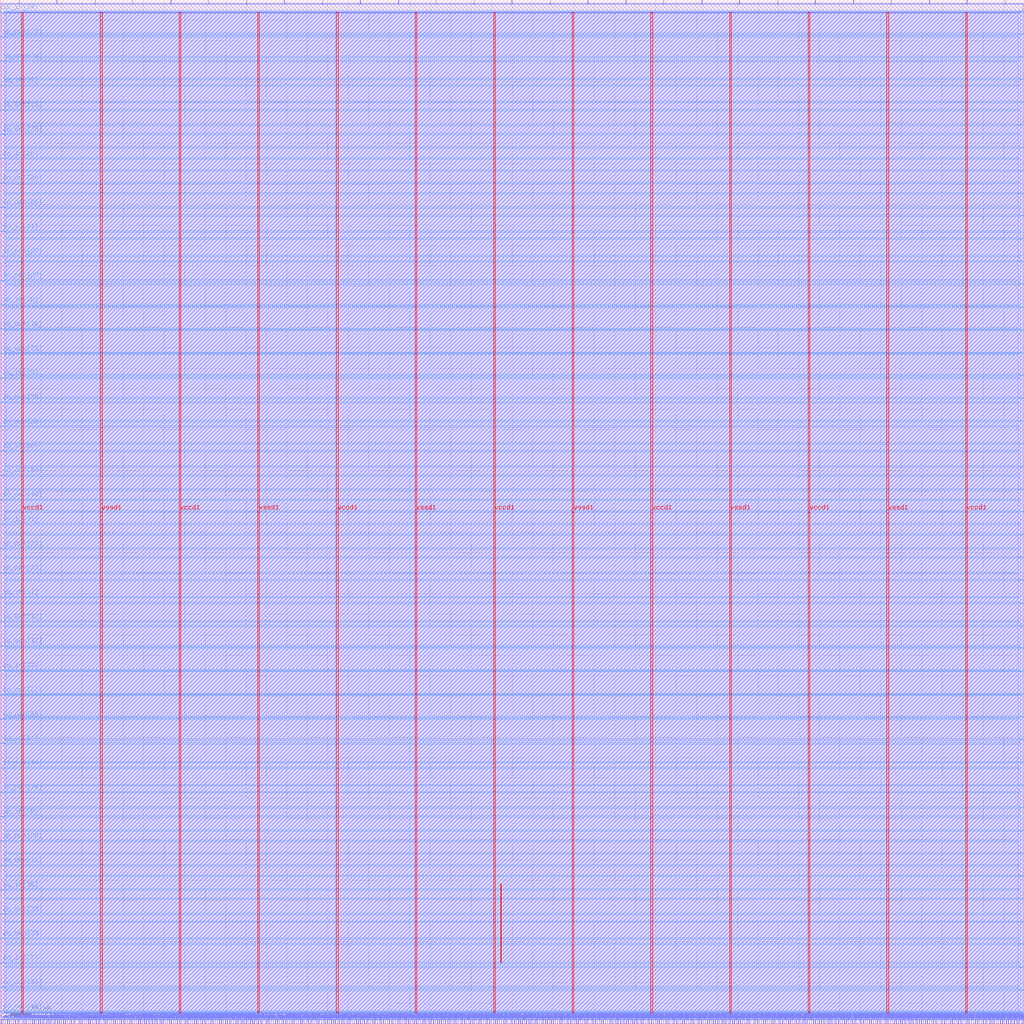
<source format=lef>
VERSION 5.7 ;
  NOWIREEXTENSIONATPIN ON ;
  DIVIDERCHAR "/" ;
  BUSBITCHARS "[]" ;
MACRO user_proj_example
  CLASS BLOCK ;
  FOREIGN user_proj_example ;
  ORIGIN 0.000 0.000 ;
  SIZE 1000.000 BY 1000.000 ;
  PIN io_in[0]
    DIRECTION INPUT ;
    USE SIGNAL ;
    PORT
      LAYER met3 ;
        RECT 996.000 10.920 1000.000 11.520 ;
    END
  END io_in[0]
  PIN io_in[10]
    DIRECTION INPUT ;
    USE SIGNAL ;
    PORT
      LAYER met3 ;
        RECT 996.000 677.320 1000.000 677.920 ;
    END
  END io_in[10]
  PIN io_in[11]
    DIRECTION INPUT ;
    USE SIGNAL ;
    PORT
      LAYER met3 ;
        RECT 996.000 743.960 1000.000 744.560 ;
    END
  END io_in[11]
  PIN io_in[12]
    DIRECTION INPUT ;
    USE SIGNAL ;
    PORT
      LAYER met3 ;
        RECT 996.000 810.600 1000.000 811.200 ;
    END
  END io_in[12]
  PIN io_in[13]
    DIRECTION INPUT ;
    USE SIGNAL ;
    PORT
      LAYER met3 ;
        RECT 996.000 877.240 1000.000 877.840 ;
    END
  END io_in[13]
  PIN io_in[14]
    DIRECTION INPUT ;
    USE SIGNAL ;
    PORT
      LAYER met3 ;
        RECT 996.000 943.880 1000.000 944.480 ;
    END
  END io_in[14]
  PIN io_in[15]
    DIRECTION INPUT ;
    USE SIGNAL ;
    PORT
      LAYER met2 ;
        RECT 981.270 996.000 981.550 1000.000 ;
    END
  END io_in[15]
  PIN io_in[16]
    DIRECTION INPUT ;
    USE SIGNAL ;
    PORT
      LAYER met2 ;
        RECT 869.950 996.000 870.230 1000.000 ;
    END
  END io_in[16]
  PIN io_in[17]
    DIRECTION INPUT ;
    USE SIGNAL ;
    PORT
      LAYER met2 ;
        RECT 759.090 996.000 759.370 1000.000 ;
    END
  END io_in[17]
  PIN io_in[18]
    DIRECTION INPUT ;
    USE SIGNAL ;
    PORT
      LAYER met2 ;
        RECT 647.770 996.000 648.050 1000.000 ;
    END
  END io_in[18]
  PIN io_in[19]
    DIRECTION INPUT ;
    USE SIGNAL ;
    PORT
      LAYER met2 ;
        RECT 536.910 996.000 537.190 1000.000 ;
    END
  END io_in[19]
  PIN io_in[1]
    DIRECTION INPUT ;
    USE SIGNAL ;
    PORT
      LAYER met3 ;
        RECT 996.000 77.560 1000.000 78.160 ;
    END
  END io_in[1]
  PIN io_in[20]
    DIRECTION INPUT ;
    USE SIGNAL ;
    PORT
      LAYER met2 ;
        RECT 425.590 996.000 425.870 1000.000 ;
    END
  END io_in[20]
  PIN io_in[21]
    DIRECTION INPUT ;
    USE SIGNAL ;
    PORT
      LAYER met2 ;
        RECT 314.730 996.000 315.010 1000.000 ;
    END
  END io_in[21]
  PIN io_in[22]
    DIRECTION INPUT ;
    USE SIGNAL ;
    PORT
      LAYER met2 ;
        RECT 203.410 996.000 203.690 1000.000 ;
    END
  END io_in[22]
  PIN io_in[23]
    DIRECTION INPUT ;
    USE SIGNAL ;
    PORT
      LAYER met2 ;
        RECT 92.550 996.000 92.830 1000.000 ;
    END
  END io_in[23]
  PIN io_in[24]
    DIRECTION INPUT ;
    USE SIGNAL ;
    PORT
      LAYER met3 ;
        RECT 0.000 987.400 4.000 988.000 ;
    END
  END io_in[24]
  PIN io_in[25]
    DIRECTION INPUT ;
    USE SIGNAL ;
    PORT
      LAYER met3 ;
        RECT 0.000 916.000 4.000 916.600 ;
    END
  END io_in[25]
  PIN io_in[26]
    DIRECTION INPUT ;
    USE SIGNAL ;
    PORT
      LAYER met3 ;
        RECT 0.000 844.600 4.000 845.200 ;
    END
  END io_in[26]
  PIN io_in[27]
    DIRECTION INPUT ;
    USE SIGNAL ;
    PORT
      LAYER met3 ;
        RECT 0.000 773.200 4.000 773.800 ;
    END
  END io_in[27]
  PIN io_in[28]
    DIRECTION INPUT ;
    USE SIGNAL ;
    PORT
      LAYER met3 ;
        RECT 0.000 701.800 4.000 702.400 ;
    END
  END io_in[28]
  PIN io_in[29]
    DIRECTION INPUT ;
    USE SIGNAL ;
    PORT
      LAYER met3 ;
        RECT 0.000 630.400 4.000 631.000 ;
    END
  END io_in[29]
  PIN io_in[2]
    DIRECTION INPUT ;
    USE SIGNAL ;
    PORT
      LAYER met3 ;
        RECT 996.000 144.200 1000.000 144.800 ;
    END
  END io_in[2]
  PIN io_in[30]
    DIRECTION INPUT ;
    USE SIGNAL ;
    PORT
      LAYER met3 ;
        RECT 0.000 559.000 4.000 559.600 ;
    END
  END io_in[30]
  PIN io_in[31]
    DIRECTION INPUT ;
    USE SIGNAL ;
    PORT
      LAYER met3 ;
        RECT 0.000 487.600 4.000 488.200 ;
    END
  END io_in[31]
  PIN io_in[32]
    DIRECTION INPUT ;
    USE SIGNAL ;
    PORT
      LAYER met3 ;
        RECT 0.000 416.200 4.000 416.800 ;
    END
  END io_in[32]
  PIN io_in[33]
    DIRECTION INPUT ;
    USE SIGNAL ;
    PORT
      LAYER met3 ;
        RECT 0.000 344.800 4.000 345.400 ;
    END
  END io_in[33]
  PIN io_in[34]
    DIRECTION INPUT ;
    USE SIGNAL ;
    PORT
      LAYER met3 ;
        RECT 0.000 273.400 4.000 274.000 ;
    END
  END io_in[34]
  PIN io_in[35]
    DIRECTION INPUT ;
    USE SIGNAL ;
    PORT
      LAYER met3 ;
        RECT 0.000 202.000 4.000 202.600 ;
    END
  END io_in[35]
  PIN io_in[36]
    DIRECTION INPUT ;
    USE SIGNAL ;
    PORT
      LAYER met3 ;
        RECT 0.000 130.600 4.000 131.200 ;
    END
  END io_in[36]
  PIN io_in[37]
    DIRECTION INPUT ;
    USE SIGNAL ;
    PORT
      LAYER met3 ;
        RECT 0.000 59.200 4.000 59.800 ;
    END
  END io_in[37]
  PIN io_in[3]
    DIRECTION INPUT ;
    USE SIGNAL ;
    PORT
      LAYER met3 ;
        RECT 996.000 210.840 1000.000 211.440 ;
    END
  END io_in[3]
  PIN io_in[4]
    DIRECTION INPUT ;
    USE SIGNAL ;
    PORT
      LAYER met3 ;
        RECT 996.000 277.480 1000.000 278.080 ;
    END
  END io_in[4]
  PIN io_in[5]
    DIRECTION INPUT ;
    USE SIGNAL ;
    PORT
      LAYER met3 ;
        RECT 996.000 344.120 1000.000 344.720 ;
    END
  END io_in[5]
  PIN io_in[6]
    DIRECTION INPUT ;
    USE SIGNAL ;
    PORT
      LAYER met3 ;
        RECT 996.000 410.760 1000.000 411.360 ;
    END
  END io_in[6]
  PIN io_in[7]
    DIRECTION INPUT ;
    USE SIGNAL ;
    PORT
      LAYER met3 ;
        RECT 996.000 477.400 1000.000 478.000 ;
    END
  END io_in[7]
  PIN io_in[8]
    DIRECTION INPUT ;
    USE SIGNAL ;
    PORT
      LAYER met3 ;
        RECT 996.000 544.040 1000.000 544.640 ;
    END
  END io_in[8]
  PIN io_in[9]
    DIRECTION INPUT ;
    USE SIGNAL ;
    PORT
      LAYER met3 ;
        RECT 996.000 610.680 1000.000 611.280 ;
    END
  END io_in[9]
  PIN io_oeb[0]
    DIRECTION OUTPUT TRISTATE ;
    USE SIGNAL ;
    PORT
      LAYER met3 ;
        RECT 996.000 55.120 1000.000 55.720 ;
    END
  END io_oeb[0]
  PIN io_oeb[10]
    DIRECTION OUTPUT TRISTATE ;
    USE SIGNAL ;
    PORT
      LAYER met3 ;
        RECT 996.000 722.200 1000.000 722.800 ;
    END
  END io_oeb[10]
  PIN io_oeb[11]
    DIRECTION OUTPUT TRISTATE ;
    USE SIGNAL ;
    PORT
      LAYER met3 ;
        RECT 996.000 788.840 1000.000 789.440 ;
    END
  END io_oeb[11]
  PIN io_oeb[12]
    DIRECTION OUTPUT TRISTATE ;
    USE SIGNAL ;
    PORT
      LAYER met3 ;
        RECT 996.000 855.480 1000.000 856.080 ;
    END
  END io_oeb[12]
  PIN io_oeb[13]
    DIRECTION OUTPUT TRISTATE ;
    USE SIGNAL ;
    PORT
      LAYER met3 ;
        RECT 996.000 922.120 1000.000 922.720 ;
    END
  END io_oeb[13]
  PIN io_oeb[14]
    DIRECTION OUTPUT TRISTATE ;
    USE SIGNAL ;
    PORT
      LAYER met3 ;
        RECT 996.000 988.760 1000.000 989.360 ;
    END
  END io_oeb[14]
  PIN io_oeb[15]
    DIRECTION OUTPUT TRISTATE ;
    USE SIGNAL ;
    PORT
      LAYER met2 ;
        RECT 907.210 996.000 907.490 1000.000 ;
    END
  END io_oeb[15]
  PIN io_oeb[16]
    DIRECTION OUTPUT TRISTATE ;
    USE SIGNAL ;
    PORT
      LAYER met2 ;
        RECT 795.890 996.000 796.170 1000.000 ;
    END
  END io_oeb[16]
  PIN io_oeb[17]
    DIRECTION OUTPUT TRISTATE ;
    USE SIGNAL ;
    PORT
      LAYER met2 ;
        RECT 685.030 996.000 685.310 1000.000 ;
    END
  END io_oeb[17]
  PIN io_oeb[18]
    DIRECTION OUTPUT TRISTATE ;
    USE SIGNAL ;
    PORT
      LAYER met2 ;
        RECT 573.710 996.000 573.990 1000.000 ;
    END
  END io_oeb[18]
  PIN io_oeb[19]
    DIRECTION OUTPUT TRISTATE ;
    USE SIGNAL ;
    PORT
      LAYER met2 ;
        RECT 462.850 996.000 463.130 1000.000 ;
    END
  END io_oeb[19]
  PIN io_oeb[1]
    DIRECTION OUTPUT TRISTATE ;
    USE SIGNAL ;
    PORT
      LAYER met3 ;
        RECT 996.000 121.760 1000.000 122.360 ;
    END
  END io_oeb[1]
  PIN io_oeb[20]
    DIRECTION OUTPUT TRISTATE ;
    USE SIGNAL ;
    PORT
      LAYER met2 ;
        RECT 351.530 996.000 351.810 1000.000 ;
    END
  END io_oeb[20]
  PIN io_oeb[21]
    DIRECTION OUTPUT TRISTATE ;
    USE SIGNAL ;
    PORT
      LAYER met2 ;
        RECT 240.670 996.000 240.950 1000.000 ;
    END
  END io_oeb[21]
  PIN io_oeb[22]
    DIRECTION OUTPUT TRISTATE ;
    USE SIGNAL ;
    PORT
      LAYER met2 ;
        RECT 129.350 996.000 129.630 1000.000 ;
    END
  END io_oeb[22]
  PIN io_oeb[23]
    DIRECTION OUTPUT TRISTATE ;
    USE SIGNAL ;
    PORT
      LAYER met2 ;
        RECT 18.490 996.000 18.770 1000.000 ;
    END
  END io_oeb[23]
  PIN io_oeb[24]
    DIRECTION OUTPUT TRISTATE ;
    USE SIGNAL ;
    PORT
      LAYER met3 ;
        RECT 0.000 939.800 4.000 940.400 ;
    END
  END io_oeb[24]
  PIN io_oeb[25]
    DIRECTION OUTPUT TRISTATE ;
    USE SIGNAL ;
    PORT
      LAYER met3 ;
        RECT 0.000 868.400 4.000 869.000 ;
    END
  END io_oeb[25]
  PIN io_oeb[26]
    DIRECTION OUTPUT TRISTATE ;
    USE SIGNAL ;
    PORT
      LAYER met3 ;
        RECT 0.000 797.000 4.000 797.600 ;
    END
  END io_oeb[26]
  PIN io_oeb[27]
    DIRECTION OUTPUT TRISTATE ;
    USE SIGNAL ;
    PORT
      LAYER met3 ;
        RECT 0.000 725.600 4.000 726.200 ;
    END
  END io_oeb[27]
  PIN io_oeb[28]
    DIRECTION OUTPUT TRISTATE ;
    USE SIGNAL ;
    PORT
      LAYER met3 ;
        RECT 0.000 654.200 4.000 654.800 ;
    END
  END io_oeb[28]
  PIN io_oeb[29]
    DIRECTION OUTPUT TRISTATE ;
    USE SIGNAL ;
    PORT
      LAYER met3 ;
        RECT 0.000 582.800 4.000 583.400 ;
    END
  END io_oeb[29]
  PIN io_oeb[2]
    DIRECTION OUTPUT TRISTATE ;
    USE SIGNAL ;
    PORT
      LAYER met3 ;
        RECT 996.000 188.400 1000.000 189.000 ;
    END
  END io_oeb[2]
  PIN io_oeb[30]
    DIRECTION OUTPUT TRISTATE ;
    USE SIGNAL ;
    PORT
      LAYER met3 ;
        RECT 0.000 511.400 4.000 512.000 ;
    END
  END io_oeb[30]
  PIN io_oeb[31]
    DIRECTION OUTPUT TRISTATE ;
    USE SIGNAL ;
    PORT
      LAYER met3 ;
        RECT 0.000 440.000 4.000 440.600 ;
    END
  END io_oeb[31]
  PIN io_oeb[32]
    DIRECTION OUTPUT TRISTATE ;
    USE SIGNAL ;
    PORT
      LAYER met3 ;
        RECT 0.000 368.600 4.000 369.200 ;
    END
  END io_oeb[32]
  PIN io_oeb[33]
    DIRECTION OUTPUT TRISTATE ;
    USE SIGNAL ;
    PORT
      LAYER met3 ;
        RECT 0.000 297.200 4.000 297.800 ;
    END
  END io_oeb[33]
  PIN io_oeb[34]
    DIRECTION OUTPUT TRISTATE ;
    USE SIGNAL ;
    PORT
      LAYER met3 ;
        RECT 0.000 225.800 4.000 226.400 ;
    END
  END io_oeb[34]
  PIN io_oeb[35]
    DIRECTION OUTPUT TRISTATE ;
    USE SIGNAL ;
    PORT
      LAYER met3 ;
        RECT 0.000 154.400 4.000 155.000 ;
    END
  END io_oeb[35]
  PIN io_oeb[36]
    DIRECTION OUTPUT TRISTATE ;
    USE SIGNAL ;
    PORT
      LAYER met3 ;
        RECT 0.000 83.000 4.000 83.600 ;
    END
  END io_oeb[36]
  PIN io_oeb[37]
    DIRECTION OUTPUT TRISTATE ;
    USE SIGNAL ;
    PORT
      LAYER met3 ;
        RECT 0.000 11.600 4.000 12.200 ;
    END
  END io_oeb[37]
  PIN io_oeb[3]
    DIRECTION OUTPUT TRISTATE ;
    USE SIGNAL ;
    PORT
      LAYER met3 ;
        RECT 996.000 255.040 1000.000 255.640 ;
    END
  END io_oeb[3]
  PIN io_oeb[4]
    DIRECTION OUTPUT TRISTATE ;
    USE SIGNAL ;
    PORT
      LAYER met3 ;
        RECT 996.000 321.680 1000.000 322.280 ;
    END
  END io_oeb[4]
  PIN io_oeb[5]
    DIRECTION OUTPUT TRISTATE ;
    USE SIGNAL ;
    PORT
      LAYER met3 ;
        RECT 996.000 388.320 1000.000 388.920 ;
    END
  END io_oeb[5]
  PIN io_oeb[6]
    DIRECTION OUTPUT TRISTATE ;
    USE SIGNAL ;
    PORT
      LAYER met3 ;
        RECT 996.000 454.960 1000.000 455.560 ;
    END
  END io_oeb[6]
  PIN io_oeb[7]
    DIRECTION OUTPUT TRISTATE ;
    USE SIGNAL ;
    PORT
      LAYER met3 ;
        RECT 996.000 521.600 1000.000 522.200 ;
    END
  END io_oeb[7]
  PIN io_oeb[8]
    DIRECTION OUTPUT TRISTATE ;
    USE SIGNAL ;
    PORT
      LAYER met3 ;
        RECT 996.000 588.240 1000.000 588.840 ;
    END
  END io_oeb[8]
  PIN io_oeb[9]
    DIRECTION OUTPUT TRISTATE ;
    USE SIGNAL ;
    PORT
      LAYER met3 ;
        RECT 996.000 654.880 1000.000 655.480 ;
    END
  END io_oeb[9]
  PIN io_out[0]
    DIRECTION OUTPUT TRISTATE ;
    USE SIGNAL ;
    PORT
      LAYER met3 ;
        RECT 996.000 32.680 1000.000 33.280 ;
    END
  END io_out[0]
  PIN io_out[10]
    DIRECTION OUTPUT TRISTATE ;
    USE SIGNAL ;
    PORT
      LAYER met3 ;
        RECT 996.000 699.760 1000.000 700.360 ;
    END
  END io_out[10]
  PIN io_out[11]
    DIRECTION OUTPUT TRISTATE ;
    USE SIGNAL ;
    PORT
      LAYER met3 ;
        RECT 996.000 766.400 1000.000 767.000 ;
    END
  END io_out[11]
  PIN io_out[12]
    DIRECTION OUTPUT TRISTATE ;
    USE SIGNAL ;
    PORT
      LAYER met3 ;
        RECT 996.000 833.040 1000.000 833.640 ;
    END
  END io_out[12]
  PIN io_out[13]
    DIRECTION OUTPUT TRISTATE ;
    USE SIGNAL ;
    PORT
      LAYER met3 ;
        RECT 996.000 899.680 1000.000 900.280 ;
    END
  END io_out[13]
  PIN io_out[14]
    DIRECTION OUTPUT TRISTATE ;
    USE SIGNAL ;
    PORT
      LAYER met3 ;
        RECT 996.000 966.320 1000.000 966.920 ;
    END
  END io_out[14]
  PIN io_out[15]
    DIRECTION OUTPUT TRISTATE ;
    USE SIGNAL ;
    PORT
      LAYER met2 ;
        RECT 944.010 996.000 944.290 1000.000 ;
    END
  END io_out[15]
  PIN io_out[16]
    DIRECTION OUTPUT TRISTATE ;
    USE SIGNAL ;
    PORT
      LAYER met2 ;
        RECT 833.150 996.000 833.430 1000.000 ;
    END
  END io_out[16]
  PIN io_out[17]
    DIRECTION OUTPUT TRISTATE ;
    USE SIGNAL ;
    PORT
      LAYER met2 ;
        RECT 721.830 996.000 722.110 1000.000 ;
    END
  END io_out[17]
  PIN io_out[18]
    DIRECTION OUTPUT TRISTATE ;
    USE SIGNAL ;
    PORT
      LAYER met2 ;
        RECT 610.970 996.000 611.250 1000.000 ;
    END
  END io_out[18]
  PIN io_out[19]
    DIRECTION OUTPUT TRISTATE ;
    USE SIGNAL ;
    PORT
      LAYER met2 ;
        RECT 499.650 996.000 499.930 1000.000 ;
    END
  END io_out[19]
  PIN io_out[1]
    DIRECTION OUTPUT TRISTATE ;
    USE SIGNAL ;
    PORT
      LAYER met3 ;
        RECT 996.000 99.320 1000.000 99.920 ;
    END
  END io_out[1]
  PIN io_out[20]
    DIRECTION OUTPUT TRISTATE ;
    USE SIGNAL ;
    PORT
      LAYER met2 ;
        RECT 388.790 996.000 389.070 1000.000 ;
    END
  END io_out[20]
  PIN io_out[21]
    DIRECTION OUTPUT TRISTATE ;
    USE SIGNAL ;
    PORT
      LAYER met2 ;
        RECT 277.470 996.000 277.750 1000.000 ;
    END
  END io_out[21]
  PIN io_out[22]
    DIRECTION OUTPUT TRISTATE ;
    USE SIGNAL ;
    PORT
      LAYER met2 ;
        RECT 166.610 996.000 166.890 1000.000 ;
    END
  END io_out[22]
  PIN io_out[23]
    DIRECTION OUTPUT TRISTATE ;
    USE SIGNAL ;
    PORT
      LAYER met2 ;
        RECT 55.290 996.000 55.570 1000.000 ;
    END
  END io_out[23]
  PIN io_out[24]
    DIRECTION OUTPUT TRISTATE ;
    USE SIGNAL ;
    PORT
      LAYER met3 ;
        RECT 0.000 963.600 4.000 964.200 ;
    END
  END io_out[24]
  PIN io_out[25]
    DIRECTION OUTPUT TRISTATE ;
    USE SIGNAL ;
    PORT
      LAYER met3 ;
        RECT 0.000 892.200 4.000 892.800 ;
    END
  END io_out[25]
  PIN io_out[26]
    DIRECTION OUTPUT TRISTATE ;
    USE SIGNAL ;
    PORT
      LAYER met3 ;
        RECT 0.000 820.800 4.000 821.400 ;
    END
  END io_out[26]
  PIN io_out[27]
    DIRECTION OUTPUT TRISTATE ;
    USE SIGNAL ;
    PORT
      LAYER met3 ;
        RECT 0.000 749.400 4.000 750.000 ;
    END
  END io_out[27]
  PIN io_out[28]
    DIRECTION OUTPUT TRISTATE ;
    USE SIGNAL ;
    PORT
      LAYER met3 ;
        RECT 0.000 678.000 4.000 678.600 ;
    END
  END io_out[28]
  PIN io_out[29]
    DIRECTION OUTPUT TRISTATE ;
    USE SIGNAL ;
    PORT
      LAYER met3 ;
        RECT 0.000 606.600 4.000 607.200 ;
    END
  END io_out[29]
  PIN io_out[2]
    DIRECTION OUTPUT TRISTATE ;
    USE SIGNAL ;
    PORT
      LAYER met3 ;
        RECT 996.000 165.960 1000.000 166.560 ;
    END
  END io_out[2]
  PIN io_out[30]
    DIRECTION OUTPUT TRISTATE ;
    USE SIGNAL ;
    PORT
      LAYER met3 ;
        RECT 0.000 535.200 4.000 535.800 ;
    END
  END io_out[30]
  PIN io_out[31]
    DIRECTION OUTPUT TRISTATE ;
    USE SIGNAL ;
    PORT
      LAYER met3 ;
        RECT 0.000 463.800 4.000 464.400 ;
    END
  END io_out[31]
  PIN io_out[32]
    DIRECTION OUTPUT TRISTATE ;
    USE SIGNAL ;
    PORT
      LAYER met3 ;
        RECT 0.000 392.400 4.000 393.000 ;
    END
  END io_out[32]
  PIN io_out[33]
    DIRECTION OUTPUT TRISTATE ;
    USE SIGNAL ;
    PORT
      LAYER met3 ;
        RECT 0.000 321.000 4.000 321.600 ;
    END
  END io_out[33]
  PIN io_out[34]
    DIRECTION OUTPUT TRISTATE ;
    USE SIGNAL ;
    PORT
      LAYER met3 ;
        RECT 0.000 249.600 4.000 250.200 ;
    END
  END io_out[34]
  PIN io_out[35]
    DIRECTION OUTPUT TRISTATE ;
    USE SIGNAL ;
    PORT
      LAYER met3 ;
        RECT 0.000 178.200 4.000 178.800 ;
    END
  END io_out[35]
  PIN io_out[36]
    DIRECTION OUTPUT TRISTATE ;
    USE SIGNAL ;
    PORT
      LAYER met3 ;
        RECT 0.000 106.800 4.000 107.400 ;
    END
  END io_out[36]
  PIN io_out[37]
    DIRECTION OUTPUT TRISTATE ;
    USE SIGNAL ;
    PORT
      LAYER met3 ;
        RECT 0.000 35.400 4.000 36.000 ;
    END
  END io_out[37]
  PIN io_out[3]
    DIRECTION OUTPUT TRISTATE ;
    USE SIGNAL ;
    PORT
      LAYER met3 ;
        RECT 996.000 232.600 1000.000 233.200 ;
    END
  END io_out[3]
  PIN io_out[4]
    DIRECTION OUTPUT TRISTATE ;
    USE SIGNAL ;
    PORT
      LAYER met3 ;
        RECT 996.000 299.240 1000.000 299.840 ;
    END
  END io_out[4]
  PIN io_out[5]
    DIRECTION OUTPUT TRISTATE ;
    USE SIGNAL ;
    PORT
      LAYER met3 ;
        RECT 996.000 366.560 1000.000 367.160 ;
    END
  END io_out[5]
  PIN io_out[6]
    DIRECTION OUTPUT TRISTATE ;
    USE SIGNAL ;
    PORT
      LAYER met3 ;
        RECT 996.000 433.200 1000.000 433.800 ;
    END
  END io_out[6]
  PIN io_out[7]
    DIRECTION OUTPUT TRISTATE ;
    USE SIGNAL ;
    PORT
      LAYER met3 ;
        RECT 996.000 499.840 1000.000 500.440 ;
    END
  END io_out[7]
  PIN io_out[8]
    DIRECTION OUTPUT TRISTATE ;
    USE SIGNAL ;
    PORT
      LAYER met3 ;
        RECT 996.000 566.480 1000.000 567.080 ;
    END
  END io_out[8]
  PIN io_out[9]
    DIRECTION OUTPUT TRISTATE ;
    USE SIGNAL ;
    PORT
      LAYER met3 ;
        RECT 996.000 633.120 1000.000 633.720 ;
    END
  END io_out[9]
  PIN irq[0]
    DIRECTION OUTPUT TRISTATE ;
    USE SIGNAL ;
    PORT
      LAYER met2 ;
        RECT 994.610 0.000 994.890 4.000 ;
    END
  END irq[0]
  PIN irq[1]
    DIRECTION OUTPUT TRISTATE ;
    USE SIGNAL ;
    PORT
      LAYER met2 ;
        RECT 996.910 0.000 997.190 4.000 ;
    END
  END irq[1]
  PIN irq[2]
    DIRECTION OUTPUT TRISTATE ;
    USE SIGNAL ;
    PORT
      LAYER met2 ;
        RECT 998.750 0.000 999.030 4.000 ;
    END
  END irq[2]
  PIN la_data_in[0]
    DIRECTION INPUT ;
    USE SIGNAL ;
    PORT
      LAYER met2 ;
        RECT 215.830 0.000 216.110 4.000 ;
    END
  END la_data_in[0]
  PIN la_data_in[100]
    DIRECTION INPUT ;
    USE SIGNAL ;
    PORT
      LAYER met2 ;
        RECT 824.410 0.000 824.690 4.000 ;
    END
  END la_data_in[100]
  PIN la_data_in[101]
    DIRECTION INPUT ;
    USE SIGNAL ;
    PORT
      LAYER met2 ;
        RECT 830.390 0.000 830.670 4.000 ;
    END
  END la_data_in[101]
  PIN la_data_in[102]
    DIRECTION INPUT ;
    USE SIGNAL ;
    PORT
      LAYER met2 ;
        RECT 836.370 0.000 836.650 4.000 ;
    END
  END la_data_in[102]
  PIN la_data_in[103]
    DIRECTION INPUT ;
    USE SIGNAL ;
    PORT
      LAYER met2 ;
        RECT 842.810 0.000 843.090 4.000 ;
    END
  END la_data_in[103]
  PIN la_data_in[104]
    DIRECTION INPUT ;
    USE SIGNAL ;
    PORT
      LAYER met2 ;
        RECT 848.790 0.000 849.070 4.000 ;
    END
  END la_data_in[104]
  PIN la_data_in[105]
    DIRECTION INPUT ;
    USE SIGNAL ;
    PORT
      LAYER met2 ;
        RECT 854.770 0.000 855.050 4.000 ;
    END
  END la_data_in[105]
  PIN la_data_in[106]
    DIRECTION INPUT ;
    USE SIGNAL ;
    PORT
      LAYER met2 ;
        RECT 860.750 0.000 861.030 4.000 ;
    END
  END la_data_in[106]
  PIN la_data_in[107]
    DIRECTION INPUT ;
    USE SIGNAL ;
    PORT
      LAYER met2 ;
        RECT 866.730 0.000 867.010 4.000 ;
    END
  END la_data_in[107]
  PIN la_data_in[108]
    DIRECTION INPUT ;
    USE SIGNAL ;
    PORT
      LAYER met2 ;
        RECT 873.170 0.000 873.450 4.000 ;
    END
  END la_data_in[108]
  PIN la_data_in[109]
    DIRECTION INPUT ;
    USE SIGNAL ;
    PORT
      LAYER met2 ;
        RECT 879.150 0.000 879.430 4.000 ;
    END
  END la_data_in[109]
  PIN la_data_in[10]
    DIRECTION INPUT ;
    USE SIGNAL ;
    PORT
      LAYER met2 ;
        RECT 276.550 0.000 276.830 4.000 ;
    END
  END la_data_in[10]
  PIN la_data_in[110]
    DIRECTION INPUT ;
    USE SIGNAL ;
    PORT
      LAYER met2 ;
        RECT 885.130 0.000 885.410 4.000 ;
    END
  END la_data_in[110]
  PIN la_data_in[111]
    DIRECTION INPUT ;
    USE SIGNAL ;
    PORT
      LAYER met2 ;
        RECT 891.110 0.000 891.390 4.000 ;
    END
  END la_data_in[111]
  PIN la_data_in[112]
    DIRECTION INPUT ;
    USE SIGNAL ;
    PORT
      LAYER met2 ;
        RECT 897.550 0.000 897.830 4.000 ;
    END
  END la_data_in[112]
  PIN la_data_in[113]
    DIRECTION INPUT ;
    USE SIGNAL ;
    PORT
      LAYER met2 ;
        RECT 903.530 0.000 903.810 4.000 ;
    END
  END la_data_in[113]
  PIN la_data_in[114]
    DIRECTION INPUT ;
    USE SIGNAL ;
    PORT
      LAYER met2 ;
        RECT 909.510 0.000 909.790 4.000 ;
    END
  END la_data_in[114]
  PIN la_data_in[115]
    DIRECTION INPUT ;
    USE SIGNAL ;
    PORT
      LAYER met2 ;
        RECT 915.490 0.000 915.770 4.000 ;
    END
  END la_data_in[115]
  PIN la_data_in[116]
    DIRECTION INPUT ;
    USE SIGNAL ;
    PORT
      LAYER met2 ;
        RECT 921.930 0.000 922.210 4.000 ;
    END
  END la_data_in[116]
  PIN la_data_in[117]
    DIRECTION INPUT ;
    USE SIGNAL ;
    PORT
      LAYER met2 ;
        RECT 927.910 0.000 928.190 4.000 ;
    END
  END la_data_in[117]
  PIN la_data_in[118]
    DIRECTION INPUT ;
    USE SIGNAL ;
    PORT
      LAYER met2 ;
        RECT 933.890 0.000 934.170 4.000 ;
    END
  END la_data_in[118]
  PIN la_data_in[119]
    DIRECTION INPUT ;
    USE SIGNAL ;
    PORT
      LAYER met2 ;
        RECT 939.870 0.000 940.150 4.000 ;
    END
  END la_data_in[119]
  PIN la_data_in[11]
    DIRECTION INPUT ;
    USE SIGNAL ;
    PORT
      LAYER met2 ;
        RECT 282.530 0.000 282.810 4.000 ;
    END
  END la_data_in[11]
  PIN la_data_in[120]
    DIRECTION INPUT ;
    USE SIGNAL ;
    PORT
      LAYER met2 ;
        RECT 945.850 0.000 946.130 4.000 ;
    END
  END la_data_in[120]
  PIN la_data_in[121]
    DIRECTION INPUT ;
    USE SIGNAL ;
    PORT
      LAYER met2 ;
        RECT 952.290 0.000 952.570 4.000 ;
    END
  END la_data_in[121]
  PIN la_data_in[122]
    DIRECTION INPUT ;
    USE SIGNAL ;
    PORT
      LAYER met2 ;
        RECT 958.270 0.000 958.550 4.000 ;
    END
  END la_data_in[122]
  PIN la_data_in[123]
    DIRECTION INPUT ;
    USE SIGNAL ;
    PORT
      LAYER met2 ;
        RECT 964.250 0.000 964.530 4.000 ;
    END
  END la_data_in[123]
  PIN la_data_in[124]
    DIRECTION INPUT ;
    USE SIGNAL ;
    PORT
      LAYER met2 ;
        RECT 970.230 0.000 970.510 4.000 ;
    END
  END la_data_in[124]
  PIN la_data_in[125]
    DIRECTION INPUT ;
    USE SIGNAL ;
    PORT
      LAYER met2 ;
        RECT 976.670 0.000 976.950 4.000 ;
    END
  END la_data_in[125]
  PIN la_data_in[126]
    DIRECTION INPUT ;
    USE SIGNAL ;
    PORT
      LAYER met2 ;
        RECT 982.650 0.000 982.930 4.000 ;
    END
  END la_data_in[126]
  PIN la_data_in[127]
    DIRECTION INPUT ;
    USE SIGNAL ;
    PORT
      LAYER met2 ;
        RECT 988.630 0.000 988.910 4.000 ;
    END
  END la_data_in[127]
  PIN la_data_in[12]
    DIRECTION INPUT ;
    USE SIGNAL ;
    PORT
      LAYER met2 ;
        RECT 288.970 0.000 289.250 4.000 ;
    END
  END la_data_in[12]
  PIN la_data_in[13]
    DIRECTION INPUT ;
    USE SIGNAL ;
    PORT
      LAYER met2 ;
        RECT 294.950 0.000 295.230 4.000 ;
    END
  END la_data_in[13]
  PIN la_data_in[14]
    DIRECTION INPUT ;
    USE SIGNAL ;
    PORT
      LAYER met2 ;
        RECT 300.930 0.000 301.210 4.000 ;
    END
  END la_data_in[14]
  PIN la_data_in[15]
    DIRECTION INPUT ;
    USE SIGNAL ;
    PORT
      LAYER met2 ;
        RECT 306.910 0.000 307.190 4.000 ;
    END
  END la_data_in[15]
  PIN la_data_in[16]
    DIRECTION INPUT ;
    USE SIGNAL ;
    PORT
      LAYER met2 ;
        RECT 313.350 0.000 313.630 4.000 ;
    END
  END la_data_in[16]
  PIN la_data_in[17]
    DIRECTION INPUT ;
    USE SIGNAL ;
    PORT
      LAYER met2 ;
        RECT 319.330 0.000 319.610 4.000 ;
    END
  END la_data_in[17]
  PIN la_data_in[18]
    DIRECTION INPUT ;
    USE SIGNAL ;
    PORT
      LAYER met2 ;
        RECT 325.310 0.000 325.590 4.000 ;
    END
  END la_data_in[18]
  PIN la_data_in[19]
    DIRECTION INPUT ;
    USE SIGNAL ;
    PORT
      LAYER met2 ;
        RECT 331.290 0.000 331.570 4.000 ;
    END
  END la_data_in[19]
  PIN la_data_in[1]
    DIRECTION INPUT ;
    USE SIGNAL ;
    PORT
      LAYER met2 ;
        RECT 221.810 0.000 222.090 4.000 ;
    END
  END la_data_in[1]
  PIN la_data_in[20]
    DIRECTION INPUT ;
    USE SIGNAL ;
    PORT
      LAYER met2 ;
        RECT 337.730 0.000 338.010 4.000 ;
    END
  END la_data_in[20]
  PIN la_data_in[21]
    DIRECTION INPUT ;
    USE SIGNAL ;
    PORT
      LAYER met2 ;
        RECT 343.710 0.000 343.990 4.000 ;
    END
  END la_data_in[21]
  PIN la_data_in[22]
    DIRECTION INPUT ;
    USE SIGNAL ;
    PORT
      LAYER met2 ;
        RECT 349.690 0.000 349.970 4.000 ;
    END
  END la_data_in[22]
  PIN la_data_in[23]
    DIRECTION INPUT ;
    USE SIGNAL ;
    PORT
      LAYER met2 ;
        RECT 355.670 0.000 355.950 4.000 ;
    END
  END la_data_in[23]
  PIN la_data_in[24]
    DIRECTION INPUT ;
    USE SIGNAL ;
    PORT
      LAYER met2 ;
        RECT 361.650 0.000 361.930 4.000 ;
    END
  END la_data_in[24]
  PIN la_data_in[25]
    DIRECTION INPUT ;
    USE SIGNAL ;
    PORT
      LAYER met2 ;
        RECT 368.090 0.000 368.370 4.000 ;
    END
  END la_data_in[25]
  PIN la_data_in[26]
    DIRECTION INPUT ;
    USE SIGNAL ;
    PORT
      LAYER met2 ;
        RECT 374.070 0.000 374.350 4.000 ;
    END
  END la_data_in[26]
  PIN la_data_in[27]
    DIRECTION INPUT ;
    USE SIGNAL ;
    PORT
      LAYER met2 ;
        RECT 380.050 0.000 380.330 4.000 ;
    END
  END la_data_in[27]
  PIN la_data_in[28]
    DIRECTION INPUT ;
    USE SIGNAL ;
    PORT
      LAYER met2 ;
        RECT 386.030 0.000 386.310 4.000 ;
    END
  END la_data_in[28]
  PIN la_data_in[29]
    DIRECTION INPUT ;
    USE SIGNAL ;
    PORT
      LAYER met2 ;
        RECT 392.470 0.000 392.750 4.000 ;
    END
  END la_data_in[29]
  PIN la_data_in[2]
    DIRECTION INPUT ;
    USE SIGNAL ;
    PORT
      LAYER met2 ;
        RECT 227.790 0.000 228.070 4.000 ;
    END
  END la_data_in[2]
  PIN la_data_in[30]
    DIRECTION INPUT ;
    USE SIGNAL ;
    PORT
      LAYER met2 ;
        RECT 398.450 0.000 398.730 4.000 ;
    END
  END la_data_in[30]
  PIN la_data_in[31]
    DIRECTION INPUT ;
    USE SIGNAL ;
    PORT
      LAYER met2 ;
        RECT 404.430 0.000 404.710 4.000 ;
    END
  END la_data_in[31]
  PIN la_data_in[32]
    DIRECTION INPUT ;
    USE SIGNAL ;
    PORT
      LAYER met2 ;
        RECT 410.410 0.000 410.690 4.000 ;
    END
  END la_data_in[32]
  PIN la_data_in[33]
    DIRECTION INPUT ;
    USE SIGNAL ;
    PORT
      LAYER met2 ;
        RECT 416.390 0.000 416.670 4.000 ;
    END
  END la_data_in[33]
  PIN la_data_in[34]
    DIRECTION INPUT ;
    USE SIGNAL ;
    PORT
      LAYER met2 ;
        RECT 422.830 0.000 423.110 4.000 ;
    END
  END la_data_in[34]
  PIN la_data_in[35]
    DIRECTION INPUT ;
    USE SIGNAL ;
    PORT
      LAYER met2 ;
        RECT 428.810 0.000 429.090 4.000 ;
    END
  END la_data_in[35]
  PIN la_data_in[36]
    DIRECTION INPUT ;
    USE SIGNAL ;
    PORT
      LAYER met2 ;
        RECT 434.790 0.000 435.070 4.000 ;
    END
  END la_data_in[36]
  PIN la_data_in[37]
    DIRECTION INPUT ;
    USE SIGNAL ;
    PORT
      LAYER met2 ;
        RECT 440.770 0.000 441.050 4.000 ;
    END
  END la_data_in[37]
  PIN la_data_in[38]
    DIRECTION INPUT ;
    USE SIGNAL ;
    PORT
      LAYER met2 ;
        RECT 447.210 0.000 447.490 4.000 ;
    END
  END la_data_in[38]
  PIN la_data_in[39]
    DIRECTION INPUT ;
    USE SIGNAL ;
    PORT
      LAYER met2 ;
        RECT 453.190 0.000 453.470 4.000 ;
    END
  END la_data_in[39]
  PIN la_data_in[3]
    DIRECTION INPUT ;
    USE SIGNAL ;
    PORT
      LAYER met2 ;
        RECT 234.230 0.000 234.510 4.000 ;
    END
  END la_data_in[3]
  PIN la_data_in[40]
    DIRECTION INPUT ;
    USE SIGNAL ;
    PORT
      LAYER met2 ;
        RECT 459.170 0.000 459.450 4.000 ;
    END
  END la_data_in[40]
  PIN la_data_in[41]
    DIRECTION INPUT ;
    USE SIGNAL ;
    PORT
      LAYER met2 ;
        RECT 465.150 0.000 465.430 4.000 ;
    END
  END la_data_in[41]
  PIN la_data_in[42]
    DIRECTION INPUT ;
    USE SIGNAL ;
    PORT
      LAYER met2 ;
        RECT 471.590 0.000 471.870 4.000 ;
    END
  END la_data_in[42]
  PIN la_data_in[43]
    DIRECTION INPUT ;
    USE SIGNAL ;
    PORT
      LAYER met2 ;
        RECT 477.570 0.000 477.850 4.000 ;
    END
  END la_data_in[43]
  PIN la_data_in[44]
    DIRECTION INPUT ;
    USE SIGNAL ;
    PORT
      LAYER met2 ;
        RECT 483.550 0.000 483.830 4.000 ;
    END
  END la_data_in[44]
  PIN la_data_in[45]
    DIRECTION INPUT ;
    USE SIGNAL ;
    PORT
      LAYER met2 ;
        RECT 489.530 0.000 489.810 4.000 ;
    END
  END la_data_in[45]
  PIN la_data_in[46]
    DIRECTION INPUT ;
    USE SIGNAL ;
    PORT
      LAYER met2 ;
        RECT 495.510 0.000 495.790 4.000 ;
    END
  END la_data_in[46]
  PIN la_data_in[47]
    DIRECTION INPUT ;
    USE SIGNAL ;
    PORT
      LAYER met2 ;
        RECT 501.950 0.000 502.230 4.000 ;
    END
  END la_data_in[47]
  PIN la_data_in[48]
    DIRECTION INPUT ;
    USE SIGNAL ;
    PORT
      LAYER met2 ;
        RECT 507.930 0.000 508.210 4.000 ;
    END
  END la_data_in[48]
  PIN la_data_in[49]
    DIRECTION INPUT ;
    USE SIGNAL ;
    PORT
      LAYER met2 ;
        RECT 513.910 0.000 514.190 4.000 ;
    END
  END la_data_in[49]
  PIN la_data_in[4]
    DIRECTION INPUT ;
    USE SIGNAL ;
    PORT
      LAYER met2 ;
        RECT 240.210 0.000 240.490 4.000 ;
    END
  END la_data_in[4]
  PIN la_data_in[50]
    DIRECTION INPUT ;
    USE SIGNAL ;
    PORT
      LAYER met2 ;
        RECT 519.890 0.000 520.170 4.000 ;
    END
  END la_data_in[50]
  PIN la_data_in[51]
    DIRECTION INPUT ;
    USE SIGNAL ;
    PORT
      LAYER met2 ;
        RECT 526.330 0.000 526.610 4.000 ;
    END
  END la_data_in[51]
  PIN la_data_in[52]
    DIRECTION INPUT ;
    USE SIGNAL ;
    PORT
      LAYER met2 ;
        RECT 532.310 0.000 532.590 4.000 ;
    END
  END la_data_in[52]
  PIN la_data_in[53]
    DIRECTION INPUT ;
    USE SIGNAL ;
    PORT
      LAYER met2 ;
        RECT 538.290 0.000 538.570 4.000 ;
    END
  END la_data_in[53]
  PIN la_data_in[54]
    DIRECTION INPUT ;
    USE SIGNAL ;
    PORT
      LAYER met2 ;
        RECT 544.270 0.000 544.550 4.000 ;
    END
  END la_data_in[54]
  PIN la_data_in[55]
    DIRECTION INPUT ;
    USE SIGNAL ;
    PORT
      LAYER met2 ;
        RECT 550.710 0.000 550.990 4.000 ;
    END
  END la_data_in[55]
  PIN la_data_in[56]
    DIRECTION INPUT ;
    USE SIGNAL ;
    PORT
      LAYER met2 ;
        RECT 556.690 0.000 556.970 4.000 ;
    END
  END la_data_in[56]
  PIN la_data_in[57]
    DIRECTION INPUT ;
    USE SIGNAL ;
    PORT
      LAYER met2 ;
        RECT 562.670 0.000 562.950 4.000 ;
    END
  END la_data_in[57]
  PIN la_data_in[58]
    DIRECTION INPUT ;
    USE SIGNAL ;
    PORT
      LAYER met2 ;
        RECT 568.650 0.000 568.930 4.000 ;
    END
  END la_data_in[58]
  PIN la_data_in[59]
    DIRECTION INPUT ;
    USE SIGNAL ;
    PORT
      LAYER met2 ;
        RECT 574.630 0.000 574.910 4.000 ;
    END
  END la_data_in[59]
  PIN la_data_in[5]
    DIRECTION INPUT ;
    USE SIGNAL ;
    PORT
      LAYER met2 ;
        RECT 246.190 0.000 246.470 4.000 ;
    END
  END la_data_in[5]
  PIN la_data_in[60]
    DIRECTION INPUT ;
    USE SIGNAL ;
    PORT
      LAYER met2 ;
        RECT 581.070 0.000 581.350 4.000 ;
    END
  END la_data_in[60]
  PIN la_data_in[61]
    DIRECTION INPUT ;
    USE SIGNAL ;
    PORT
      LAYER met2 ;
        RECT 587.050 0.000 587.330 4.000 ;
    END
  END la_data_in[61]
  PIN la_data_in[62]
    DIRECTION INPUT ;
    USE SIGNAL ;
    PORT
      LAYER met2 ;
        RECT 593.030 0.000 593.310 4.000 ;
    END
  END la_data_in[62]
  PIN la_data_in[63]
    DIRECTION INPUT ;
    USE SIGNAL ;
    PORT
      LAYER met2 ;
        RECT 599.010 0.000 599.290 4.000 ;
    END
  END la_data_in[63]
  PIN la_data_in[64]
    DIRECTION INPUT ;
    USE SIGNAL ;
    PORT
      LAYER met2 ;
        RECT 605.450 0.000 605.730 4.000 ;
    END
  END la_data_in[64]
  PIN la_data_in[65]
    DIRECTION INPUT ;
    USE SIGNAL ;
    PORT
      LAYER met2 ;
        RECT 611.430 0.000 611.710 4.000 ;
    END
  END la_data_in[65]
  PIN la_data_in[66]
    DIRECTION INPUT ;
    USE SIGNAL ;
    PORT
      LAYER met2 ;
        RECT 617.410 0.000 617.690 4.000 ;
    END
  END la_data_in[66]
  PIN la_data_in[67]
    DIRECTION INPUT ;
    USE SIGNAL ;
    PORT
      LAYER met2 ;
        RECT 623.390 0.000 623.670 4.000 ;
    END
  END la_data_in[67]
  PIN la_data_in[68]
    DIRECTION INPUT ;
    USE SIGNAL ;
    PORT
      LAYER met2 ;
        RECT 629.830 0.000 630.110 4.000 ;
    END
  END la_data_in[68]
  PIN la_data_in[69]
    DIRECTION INPUT ;
    USE SIGNAL ;
    PORT
      LAYER met2 ;
        RECT 635.810 0.000 636.090 4.000 ;
    END
  END la_data_in[69]
  PIN la_data_in[6]
    DIRECTION INPUT ;
    USE SIGNAL ;
    PORT
      LAYER met2 ;
        RECT 252.170 0.000 252.450 4.000 ;
    END
  END la_data_in[6]
  PIN la_data_in[70]
    DIRECTION INPUT ;
    USE SIGNAL ;
    PORT
      LAYER met2 ;
        RECT 641.790 0.000 642.070 4.000 ;
    END
  END la_data_in[70]
  PIN la_data_in[71]
    DIRECTION INPUT ;
    USE SIGNAL ;
    PORT
      LAYER met2 ;
        RECT 647.770 0.000 648.050 4.000 ;
    END
  END la_data_in[71]
  PIN la_data_in[72]
    DIRECTION INPUT ;
    USE SIGNAL ;
    PORT
      LAYER met2 ;
        RECT 653.750 0.000 654.030 4.000 ;
    END
  END la_data_in[72]
  PIN la_data_in[73]
    DIRECTION INPUT ;
    USE SIGNAL ;
    PORT
      LAYER met2 ;
        RECT 660.190 0.000 660.470 4.000 ;
    END
  END la_data_in[73]
  PIN la_data_in[74]
    DIRECTION INPUT ;
    USE SIGNAL ;
    PORT
      LAYER met2 ;
        RECT 666.170 0.000 666.450 4.000 ;
    END
  END la_data_in[74]
  PIN la_data_in[75]
    DIRECTION INPUT ;
    USE SIGNAL ;
    PORT
      LAYER met2 ;
        RECT 672.150 0.000 672.430 4.000 ;
    END
  END la_data_in[75]
  PIN la_data_in[76]
    DIRECTION INPUT ;
    USE SIGNAL ;
    PORT
      LAYER met2 ;
        RECT 678.130 0.000 678.410 4.000 ;
    END
  END la_data_in[76]
  PIN la_data_in[77]
    DIRECTION INPUT ;
    USE SIGNAL ;
    PORT
      LAYER met2 ;
        RECT 684.570 0.000 684.850 4.000 ;
    END
  END la_data_in[77]
  PIN la_data_in[78]
    DIRECTION INPUT ;
    USE SIGNAL ;
    PORT
      LAYER met2 ;
        RECT 690.550 0.000 690.830 4.000 ;
    END
  END la_data_in[78]
  PIN la_data_in[79]
    DIRECTION INPUT ;
    USE SIGNAL ;
    PORT
      LAYER met2 ;
        RECT 696.530 0.000 696.810 4.000 ;
    END
  END la_data_in[79]
  PIN la_data_in[7]
    DIRECTION INPUT ;
    USE SIGNAL ;
    PORT
      LAYER met2 ;
        RECT 258.610 0.000 258.890 4.000 ;
    END
  END la_data_in[7]
  PIN la_data_in[80]
    DIRECTION INPUT ;
    USE SIGNAL ;
    PORT
      LAYER met2 ;
        RECT 702.510 0.000 702.790 4.000 ;
    END
  END la_data_in[80]
  PIN la_data_in[81]
    DIRECTION INPUT ;
    USE SIGNAL ;
    PORT
      LAYER met2 ;
        RECT 708.490 0.000 708.770 4.000 ;
    END
  END la_data_in[81]
  PIN la_data_in[82]
    DIRECTION INPUT ;
    USE SIGNAL ;
    PORT
      LAYER met2 ;
        RECT 714.930 0.000 715.210 4.000 ;
    END
  END la_data_in[82]
  PIN la_data_in[83]
    DIRECTION INPUT ;
    USE SIGNAL ;
    PORT
      LAYER met2 ;
        RECT 720.910 0.000 721.190 4.000 ;
    END
  END la_data_in[83]
  PIN la_data_in[84]
    DIRECTION INPUT ;
    USE SIGNAL ;
    PORT
      LAYER met2 ;
        RECT 726.890 0.000 727.170 4.000 ;
    END
  END la_data_in[84]
  PIN la_data_in[85]
    DIRECTION INPUT ;
    USE SIGNAL ;
    PORT
      LAYER met2 ;
        RECT 732.870 0.000 733.150 4.000 ;
    END
  END la_data_in[85]
  PIN la_data_in[86]
    DIRECTION INPUT ;
    USE SIGNAL ;
    PORT
      LAYER met2 ;
        RECT 739.310 0.000 739.590 4.000 ;
    END
  END la_data_in[86]
  PIN la_data_in[87]
    DIRECTION INPUT ;
    USE SIGNAL ;
    PORT
      LAYER met2 ;
        RECT 745.290 0.000 745.570 4.000 ;
    END
  END la_data_in[87]
  PIN la_data_in[88]
    DIRECTION INPUT ;
    USE SIGNAL ;
    PORT
      LAYER met2 ;
        RECT 751.270 0.000 751.550 4.000 ;
    END
  END la_data_in[88]
  PIN la_data_in[89]
    DIRECTION INPUT ;
    USE SIGNAL ;
    PORT
      LAYER met2 ;
        RECT 757.250 0.000 757.530 4.000 ;
    END
  END la_data_in[89]
  PIN la_data_in[8]
    DIRECTION INPUT ;
    USE SIGNAL ;
    PORT
      LAYER met2 ;
        RECT 264.590 0.000 264.870 4.000 ;
    END
  END la_data_in[8]
  PIN la_data_in[90]
    DIRECTION INPUT ;
    USE SIGNAL ;
    PORT
      LAYER met2 ;
        RECT 763.690 0.000 763.970 4.000 ;
    END
  END la_data_in[90]
  PIN la_data_in[91]
    DIRECTION INPUT ;
    USE SIGNAL ;
    PORT
      LAYER met2 ;
        RECT 769.670 0.000 769.950 4.000 ;
    END
  END la_data_in[91]
  PIN la_data_in[92]
    DIRECTION INPUT ;
    USE SIGNAL ;
    PORT
      LAYER met2 ;
        RECT 775.650 0.000 775.930 4.000 ;
    END
  END la_data_in[92]
  PIN la_data_in[93]
    DIRECTION INPUT ;
    USE SIGNAL ;
    PORT
      LAYER met2 ;
        RECT 781.630 0.000 781.910 4.000 ;
    END
  END la_data_in[93]
  PIN la_data_in[94]
    DIRECTION INPUT ;
    USE SIGNAL ;
    PORT
      LAYER met2 ;
        RECT 787.610 0.000 787.890 4.000 ;
    END
  END la_data_in[94]
  PIN la_data_in[95]
    DIRECTION INPUT ;
    USE SIGNAL ;
    PORT
      LAYER met2 ;
        RECT 794.050 0.000 794.330 4.000 ;
    END
  END la_data_in[95]
  PIN la_data_in[96]
    DIRECTION INPUT ;
    USE SIGNAL ;
    PORT
      LAYER met2 ;
        RECT 800.030 0.000 800.310 4.000 ;
    END
  END la_data_in[96]
  PIN la_data_in[97]
    DIRECTION INPUT ;
    USE SIGNAL ;
    PORT
      LAYER met2 ;
        RECT 806.010 0.000 806.290 4.000 ;
    END
  END la_data_in[97]
  PIN la_data_in[98]
    DIRECTION INPUT ;
    USE SIGNAL ;
    PORT
      LAYER met2 ;
        RECT 811.990 0.000 812.270 4.000 ;
    END
  END la_data_in[98]
  PIN la_data_in[99]
    DIRECTION INPUT ;
    USE SIGNAL ;
    PORT
      LAYER met2 ;
        RECT 818.430 0.000 818.710 4.000 ;
    END
  END la_data_in[99]
  PIN la_data_in[9]
    DIRECTION INPUT ;
    USE SIGNAL ;
    PORT
      LAYER met2 ;
        RECT 270.570 0.000 270.850 4.000 ;
    END
  END la_data_in[9]
  PIN la_data_out[0]
    DIRECTION OUTPUT TRISTATE ;
    USE SIGNAL ;
    PORT
      LAYER met2 ;
        RECT 217.670 0.000 217.950 4.000 ;
    END
  END la_data_out[0]
  PIN la_data_out[100]
    DIRECTION OUTPUT TRISTATE ;
    USE SIGNAL ;
    PORT
      LAYER met2 ;
        RECT 826.250 0.000 826.530 4.000 ;
    END
  END la_data_out[100]
  PIN la_data_out[101]
    DIRECTION OUTPUT TRISTATE ;
    USE SIGNAL ;
    PORT
      LAYER met2 ;
        RECT 832.230 0.000 832.510 4.000 ;
    END
  END la_data_out[101]
  PIN la_data_out[102]
    DIRECTION OUTPUT TRISTATE ;
    USE SIGNAL ;
    PORT
      LAYER met2 ;
        RECT 838.670 0.000 838.950 4.000 ;
    END
  END la_data_out[102]
  PIN la_data_out[103]
    DIRECTION OUTPUT TRISTATE ;
    USE SIGNAL ;
    PORT
      LAYER met2 ;
        RECT 844.650 0.000 844.930 4.000 ;
    END
  END la_data_out[103]
  PIN la_data_out[104]
    DIRECTION OUTPUT TRISTATE ;
    USE SIGNAL ;
    PORT
      LAYER met2 ;
        RECT 850.630 0.000 850.910 4.000 ;
    END
  END la_data_out[104]
  PIN la_data_out[105]
    DIRECTION OUTPUT TRISTATE ;
    USE SIGNAL ;
    PORT
      LAYER met2 ;
        RECT 856.610 0.000 856.890 4.000 ;
    END
  END la_data_out[105]
  PIN la_data_out[106]
    DIRECTION OUTPUT TRISTATE ;
    USE SIGNAL ;
    PORT
      LAYER met2 ;
        RECT 863.050 0.000 863.330 4.000 ;
    END
  END la_data_out[106]
  PIN la_data_out[107]
    DIRECTION OUTPUT TRISTATE ;
    USE SIGNAL ;
    PORT
      LAYER met2 ;
        RECT 869.030 0.000 869.310 4.000 ;
    END
  END la_data_out[107]
  PIN la_data_out[108]
    DIRECTION OUTPUT TRISTATE ;
    USE SIGNAL ;
    PORT
      LAYER met2 ;
        RECT 875.010 0.000 875.290 4.000 ;
    END
  END la_data_out[108]
  PIN la_data_out[109]
    DIRECTION OUTPUT TRISTATE ;
    USE SIGNAL ;
    PORT
      LAYER met2 ;
        RECT 880.990 0.000 881.270 4.000 ;
    END
  END la_data_out[109]
  PIN la_data_out[10]
    DIRECTION OUTPUT TRISTATE ;
    USE SIGNAL ;
    PORT
      LAYER met2 ;
        RECT 278.850 0.000 279.130 4.000 ;
    END
  END la_data_out[10]
  PIN la_data_out[110]
    DIRECTION OUTPUT TRISTATE ;
    USE SIGNAL ;
    PORT
      LAYER met2 ;
        RECT 887.430 0.000 887.710 4.000 ;
    END
  END la_data_out[110]
  PIN la_data_out[111]
    DIRECTION OUTPUT TRISTATE ;
    USE SIGNAL ;
    PORT
      LAYER met2 ;
        RECT 893.410 0.000 893.690 4.000 ;
    END
  END la_data_out[111]
  PIN la_data_out[112]
    DIRECTION OUTPUT TRISTATE ;
    USE SIGNAL ;
    PORT
      LAYER met2 ;
        RECT 899.390 0.000 899.670 4.000 ;
    END
  END la_data_out[112]
  PIN la_data_out[113]
    DIRECTION OUTPUT TRISTATE ;
    USE SIGNAL ;
    PORT
      LAYER met2 ;
        RECT 905.370 0.000 905.650 4.000 ;
    END
  END la_data_out[113]
  PIN la_data_out[114]
    DIRECTION OUTPUT TRISTATE ;
    USE SIGNAL ;
    PORT
      LAYER met2 ;
        RECT 911.350 0.000 911.630 4.000 ;
    END
  END la_data_out[114]
  PIN la_data_out[115]
    DIRECTION OUTPUT TRISTATE ;
    USE SIGNAL ;
    PORT
      LAYER met2 ;
        RECT 917.790 0.000 918.070 4.000 ;
    END
  END la_data_out[115]
  PIN la_data_out[116]
    DIRECTION OUTPUT TRISTATE ;
    USE SIGNAL ;
    PORT
      LAYER met2 ;
        RECT 923.770 0.000 924.050 4.000 ;
    END
  END la_data_out[116]
  PIN la_data_out[117]
    DIRECTION OUTPUT TRISTATE ;
    USE SIGNAL ;
    PORT
      LAYER met2 ;
        RECT 929.750 0.000 930.030 4.000 ;
    END
  END la_data_out[117]
  PIN la_data_out[118]
    DIRECTION OUTPUT TRISTATE ;
    USE SIGNAL ;
    PORT
      LAYER met2 ;
        RECT 935.730 0.000 936.010 4.000 ;
    END
  END la_data_out[118]
  PIN la_data_out[119]
    DIRECTION OUTPUT TRISTATE ;
    USE SIGNAL ;
    PORT
      LAYER met2 ;
        RECT 942.170 0.000 942.450 4.000 ;
    END
  END la_data_out[119]
  PIN la_data_out[11]
    DIRECTION OUTPUT TRISTATE ;
    USE SIGNAL ;
    PORT
      LAYER met2 ;
        RECT 284.830 0.000 285.110 4.000 ;
    END
  END la_data_out[11]
  PIN la_data_out[120]
    DIRECTION OUTPUT TRISTATE ;
    USE SIGNAL ;
    PORT
      LAYER met2 ;
        RECT 948.150 0.000 948.430 4.000 ;
    END
  END la_data_out[120]
  PIN la_data_out[121]
    DIRECTION OUTPUT TRISTATE ;
    USE SIGNAL ;
    PORT
      LAYER met2 ;
        RECT 954.130 0.000 954.410 4.000 ;
    END
  END la_data_out[121]
  PIN la_data_out[122]
    DIRECTION OUTPUT TRISTATE ;
    USE SIGNAL ;
    PORT
      LAYER met2 ;
        RECT 960.110 0.000 960.390 4.000 ;
    END
  END la_data_out[122]
  PIN la_data_out[123]
    DIRECTION OUTPUT TRISTATE ;
    USE SIGNAL ;
    PORT
      LAYER met2 ;
        RECT 966.550 0.000 966.830 4.000 ;
    END
  END la_data_out[123]
  PIN la_data_out[124]
    DIRECTION OUTPUT TRISTATE ;
    USE SIGNAL ;
    PORT
      LAYER met2 ;
        RECT 972.530 0.000 972.810 4.000 ;
    END
  END la_data_out[124]
  PIN la_data_out[125]
    DIRECTION OUTPUT TRISTATE ;
    USE SIGNAL ;
    PORT
      LAYER met2 ;
        RECT 978.510 0.000 978.790 4.000 ;
    END
  END la_data_out[125]
  PIN la_data_out[126]
    DIRECTION OUTPUT TRISTATE ;
    USE SIGNAL ;
    PORT
      LAYER met2 ;
        RECT 984.490 0.000 984.770 4.000 ;
    END
  END la_data_out[126]
  PIN la_data_out[127]
    DIRECTION OUTPUT TRISTATE ;
    USE SIGNAL ;
    PORT
      LAYER met2 ;
        RECT 990.470 0.000 990.750 4.000 ;
    END
  END la_data_out[127]
  PIN la_data_out[12]
    DIRECTION OUTPUT TRISTATE ;
    USE SIGNAL ;
    PORT
      LAYER met2 ;
        RECT 290.810 0.000 291.090 4.000 ;
    END
  END la_data_out[12]
  PIN la_data_out[13]
    DIRECTION OUTPUT TRISTATE ;
    USE SIGNAL ;
    PORT
      LAYER met2 ;
        RECT 296.790 0.000 297.070 4.000 ;
    END
  END la_data_out[13]
  PIN la_data_out[14]
    DIRECTION OUTPUT TRISTATE ;
    USE SIGNAL ;
    PORT
      LAYER met2 ;
        RECT 303.230 0.000 303.510 4.000 ;
    END
  END la_data_out[14]
  PIN la_data_out[15]
    DIRECTION OUTPUT TRISTATE ;
    USE SIGNAL ;
    PORT
      LAYER met2 ;
        RECT 309.210 0.000 309.490 4.000 ;
    END
  END la_data_out[15]
  PIN la_data_out[16]
    DIRECTION OUTPUT TRISTATE ;
    USE SIGNAL ;
    PORT
      LAYER met2 ;
        RECT 315.190 0.000 315.470 4.000 ;
    END
  END la_data_out[16]
  PIN la_data_out[17]
    DIRECTION OUTPUT TRISTATE ;
    USE SIGNAL ;
    PORT
      LAYER met2 ;
        RECT 321.170 0.000 321.450 4.000 ;
    END
  END la_data_out[17]
  PIN la_data_out[18]
    DIRECTION OUTPUT TRISTATE ;
    USE SIGNAL ;
    PORT
      LAYER met2 ;
        RECT 327.150 0.000 327.430 4.000 ;
    END
  END la_data_out[18]
  PIN la_data_out[19]
    DIRECTION OUTPUT TRISTATE ;
    USE SIGNAL ;
    PORT
      LAYER met2 ;
        RECT 333.590 0.000 333.870 4.000 ;
    END
  END la_data_out[19]
  PIN la_data_out[1]
    DIRECTION OUTPUT TRISTATE ;
    USE SIGNAL ;
    PORT
      LAYER met2 ;
        RECT 224.110 0.000 224.390 4.000 ;
    END
  END la_data_out[1]
  PIN la_data_out[20]
    DIRECTION OUTPUT TRISTATE ;
    USE SIGNAL ;
    PORT
      LAYER met2 ;
        RECT 339.570 0.000 339.850 4.000 ;
    END
  END la_data_out[20]
  PIN la_data_out[21]
    DIRECTION OUTPUT TRISTATE ;
    USE SIGNAL ;
    PORT
      LAYER met2 ;
        RECT 345.550 0.000 345.830 4.000 ;
    END
  END la_data_out[21]
  PIN la_data_out[22]
    DIRECTION OUTPUT TRISTATE ;
    USE SIGNAL ;
    PORT
      LAYER met2 ;
        RECT 351.530 0.000 351.810 4.000 ;
    END
  END la_data_out[22]
  PIN la_data_out[23]
    DIRECTION OUTPUT TRISTATE ;
    USE SIGNAL ;
    PORT
      LAYER met2 ;
        RECT 357.970 0.000 358.250 4.000 ;
    END
  END la_data_out[23]
  PIN la_data_out[24]
    DIRECTION OUTPUT TRISTATE ;
    USE SIGNAL ;
    PORT
      LAYER met2 ;
        RECT 363.950 0.000 364.230 4.000 ;
    END
  END la_data_out[24]
  PIN la_data_out[25]
    DIRECTION OUTPUT TRISTATE ;
    USE SIGNAL ;
    PORT
      LAYER met2 ;
        RECT 369.930 0.000 370.210 4.000 ;
    END
  END la_data_out[25]
  PIN la_data_out[26]
    DIRECTION OUTPUT TRISTATE ;
    USE SIGNAL ;
    PORT
      LAYER met2 ;
        RECT 375.910 0.000 376.190 4.000 ;
    END
  END la_data_out[26]
  PIN la_data_out[27]
    DIRECTION OUTPUT TRISTATE ;
    USE SIGNAL ;
    PORT
      LAYER met2 ;
        RECT 382.350 0.000 382.630 4.000 ;
    END
  END la_data_out[27]
  PIN la_data_out[28]
    DIRECTION OUTPUT TRISTATE ;
    USE SIGNAL ;
    PORT
      LAYER met2 ;
        RECT 388.330 0.000 388.610 4.000 ;
    END
  END la_data_out[28]
  PIN la_data_out[29]
    DIRECTION OUTPUT TRISTATE ;
    USE SIGNAL ;
    PORT
      LAYER met2 ;
        RECT 394.310 0.000 394.590 4.000 ;
    END
  END la_data_out[29]
  PIN la_data_out[2]
    DIRECTION OUTPUT TRISTATE ;
    USE SIGNAL ;
    PORT
      LAYER met2 ;
        RECT 230.090 0.000 230.370 4.000 ;
    END
  END la_data_out[2]
  PIN la_data_out[30]
    DIRECTION OUTPUT TRISTATE ;
    USE SIGNAL ;
    PORT
      LAYER met2 ;
        RECT 400.290 0.000 400.570 4.000 ;
    END
  END la_data_out[30]
  PIN la_data_out[31]
    DIRECTION OUTPUT TRISTATE ;
    USE SIGNAL ;
    PORT
      LAYER met2 ;
        RECT 406.270 0.000 406.550 4.000 ;
    END
  END la_data_out[31]
  PIN la_data_out[32]
    DIRECTION OUTPUT TRISTATE ;
    USE SIGNAL ;
    PORT
      LAYER met2 ;
        RECT 412.710 0.000 412.990 4.000 ;
    END
  END la_data_out[32]
  PIN la_data_out[33]
    DIRECTION OUTPUT TRISTATE ;
    USE SIGNAL ;
    PORT
      LAYER met2 ;
        RECT 418.690 0.000 418.970 4.000 ;
    END
  END la_data_out[33]
  PIN la_data_out[34]
    DIRECTION OUTPUT TRISTATE ;
    USE SIGNAL ;
    PORT
      LAYER met2 ;
        RECT 424.670 0.000 424.950 4.000 ;
    END
  END la_data_out[34]
  PIN la_data_out[35]
    DIRECTION OUTPUT TRISTATE ;
    USE SIGNAL ;
    PORT
      LAYER met2 ;
        RECT 430.650 0.000 430.930 4.000 ;
    END
  END la_data_out[35]
  PIN la_data_out[36]
    DIRECTION OUTPUT TRISTATE ;
    USE SIGNAL ;
    PORT
      LAYER met2 ;
        RECT 437.090 0.000 437.370 4.000 ;
    END
  END la_data_out[36]
  PIN la_data_out[37]
    DIRECTION OUTPUT TRISTATE ;
    USE SIGNAL ;
    PORT
      LAYER met2 ;
        RECT 443.070 0.000 443.350 4.000 ;
    END
  END la_data_out[37]
  PIN la_data_out[38]
    DIRECTION OUTPUT TRISTATE ;
    USE SIGNAL ;
    PORT
      LAYER met2 ;
        RECT 449.050 0.000 449.330 4.000 ;
    END
  END la_data_out[38]
  PIN la_data_out[39]
    DIRECTION OUTPUT TRISTATE ;
    USE SIGNAL ;
    PORT
      LAYER met2 ;
        RECT 455.030 0.000 455.310 4.000 ;
    END
  END la_data_out[39]
  PIN la_data_out[3]
    DIRECTION OUTPUT TRISTATE ;
    USE SIGNAL ;
    PORT
      LAYER met2 ;
        RECT 236.070 0.000 236.350 4.000 ;
    END
  END la_data_out[3]
  PIN la_data_out[40]
    DIRECTION OUTPUT TRISTATE ;
    USE SIGNAL ;
    PORT
      LAYER met2 ;
        RECT 461.470 0.000 461.750 4.000 ;
    END
  END la_data_out[40]
  PIN la_data_out[41]
    DIRECTION OUTPUT TRISTATE ;
    USE SIGNAL ;
    PORT
      LAYER met2 ;
        RECT 467.450 0.000 467.730 4.000 ;
    END
  END la_data_out[41]
  PIN la_data_out[42]
    DIRECTION OUTPUT TRISTATE ;
    USE SIGNAL ;
    PORT
      LAYER met2 ;
        RECT 473.430 0.000 473.710 4.000 ;
    END
  END la_data_out[42]
  PIN la_data_out[43]
    DIRECTION OUTPUT TRISTATE ;
    USE SIGNAL ;
    PORT
      LAYER met2 ;
        RECT 479.410 0.000 479.690 4.000 ;
    END
  END la_data_out[43]
  PIN la_data_out[44]
    DIRECTION OUTPUT TRISTATE ;
    USE SIGNAL ;
    PORT
      LAYER met2 ;
        RECT 485.390 0.000 485.670 4.000 ;
    END
  END la_data_out[44]
  PIN la_data_out[45]
    DIRECTION OUTPUT TRISTATE ;
    USE SIGNAL ;
    PORT
      LAYER met2 ;
        RECT 491.830 0.000 492.110 4.000 ;
    END
  END la_data_out[45]
  PIN la_data_out[46]
    DIRECTION OUTPUT TRISTATE ;
    USE SIGNAL ;
    PORT
      LAYER met2 ;
        RECT 497.810 0.000 498.090 4.000 ;
    END
  END la_data_out[46]
  PIN la_data_out[47]
    DIRECTION OUTPUT TRISTATE ;
    USE SIGNAL ;
    PORT
      LAYER met2 ;
        RECT 503.790 0.000 504.070 4.000 ;
    END
  END la_data_out[47]
  PIN la_data_out[48]
    DIRECTION OUTPUT TRISTATE ;
    USE SIGNAL ;
    PORT
      LAYER met2 ;
        RECT 509.770 0.000 510.050 4.000 ;
    END
  END la_data_out[48]
  PIN la_data_out[49]
    DIRECTION OUTPUT TRISTATE ;
    USE SIGNAL ;
    PORT
      LAYER met2 ;
        RECT 516.210 0.000 516.490 4.000 ;
    END
  END la_data_out[49]
  PIN la_data_out[4]
    DIRECTION OUTPUT TRISTATE ;
    USE SIGNAL ;
    PORT
      LAYER met2 ;
        RECT 242.050 0.000 242.330 4.000 ;
    END
  END la_data_out[4]
  PIN la_data_out[50]
    DIRECTION OUTPUT TRISTATE ;
    USE SIGNAL ;
    PORT
      LAYER met2 ;
        RECT 522.190 0.000 522.470 4.000 ;
    END
  END la_data_out[50]
  PIN la_data_out[51]
    DIRECTION OUTPUT TRISTATE ;
    USE SIGNAL ;
    PORT
      LAYER met2 ;
        RECT 528.170 0.000 528.450 4.000 ;
    END
  END la_data_out[51]
  PIN la_data_out[52]
    DIRECTION OUTPUT TRISTATE ;
    USE SIGNAL ;
    PORT
      LAYER met2 ;
        RECT 534.150 0.000 534.430 4.000 ;
    END
  END la_data_out[52]
  PIN la_data_out[53]
    DIRECTION OUTPUT TRISTATE ;
    USE SIGNAL ;
    PORT
      LAYER met2 ;
        RECT 540.130 0.000 540.410 4.000 ;
    END
  END la_data_out[53]
  PIN la_data_out[54]
    DIRECTION OUTPUT TRISTATE ;
    USE SIGNAL ;
    PORT
      LAYER met2 ;
        RECT 546.570 0.000 546.850 4.000 ;
    END
  END la_data_out[54]
  PIN la_data_out[55]
    DIRECTION OUTPUT TRISTATE ;
    USE SIGNAL ;
    PORT
      LAYER met2 ;
        RECT 552.550 0.000 552.830 4.000 ;
    END
  END la_data_out[55]
  PIN la_data_out[56]
    DIRECTION OUTPUT TRISTATE ;
    USE SIGNAL ;
    PORT
      LAYER met2 ;
        RECT 558.530 0.000 558.810 4.000 ;
    END
  END la_data_out[56]
  PIN la_data_out[57]
    DIRECTION OUTPUT TRISTATE ;
    USE SIGNAL ;
    PORT
      LAYER met2 ;
        RECT 564.510 0.000 564.790 4.000 ;
    END
  END la_data_out[57]
  PIN la_data_out[58]
    DIRECTION OUTPUT TRISTATE ;
    USE SIGNAL ;
    PORT
      LAYER met2 ;
        RECT 570.950 0.000 571.230 4.000 ;
    END
  END la_data_out[58]
  PIN la_data_out[59]
    DIRECTION OUTPUT TRISTATE ;
    USE SIGNAL ;
    PORT
      LAYER met2 ;
        RECT 576.930 0.000 577.210 4.000 ;
    END
  END la_data_out[59]
  PIN la_data_out[5]
    DIRECTION OUTPUT TRISTATE ;
    USE SIGNAL ;
    PORT
      LAYER met2 ;
        RECT 248.030 0.000 248.310 4.000 ;
    END
  END la_data_out[5]
  PIN la_data_out[60]
    DIRECTION OUTPUT TRISTATE ;
    USE SIGNAL ;
    PORT
      LAYER met2 ;
        RECT 582.910 0.000 583.190 4.000 ;
    END
  END la_data_out[60]
  PIN la_data_out[61]
    DIRECTION OUTPUT TRISTATE ;
    USE SIGNAL ;
    PORT
      LAYER met2 ;
        RECT 588.890 0.000 589.170 4.000 ;
    END
  END la_data_out[61]
  PIN la_data_out[62]
    DIRECTION OUTPUT TRISTATE ;
    USE SIGNAL ;
    PORT
      LAYER met2 ;
        RECT 595.330 0.000 595.610 4.000 ;
    END
  END la_data_out[62]
  PIN la_data_out[63]
    DIRECTION OUTPUT TRISTATE ;
    USE SIGNAL ;
    PORT
      LAYER met2 ;
        RECT 601.310 0.000 601.590 4.000 ;
    END
  END la_data_out[63]
  PIN la_data_out[64]
    DIRECTION OUTPUT TRISTATE ;
    USE SIGNAL ;
    PORT
      LAYER met2 ;
        RECT 607.290 0.000 607.570 4.000 ;
    END
  END la_data_out[64]
  PIN la_data_out[65]
    DIRECTION OUTPUT TRISTATE ;
    USE SIGNAL ;
    PORT
      LAYER met2 ;
        RECT 613.270 0.000 613.550 4.000 ;
    END
  END la_data_out[65]
  PIN la_data_out[66]
    DIRECTION OUTPUT TRISTATE ;
    USE SIGNAL ;
    PORT
      LAYER met2 ;
        RECT 619.250 0.000 619.530 4.000 ;
    END
  END la_data_out[66]
  PIN la_data_out[67]
    DIRECTION OUTPUT TRISTATE ;
    USE SIGNAL ;
    PORT
      LAYER met2 ;
        RECT 625.690 0.000 625.970 4.000 ;
    END
  END la_data_out[67]
  PIN la_data_out[68]
    DIRECTION OUTPUT TRISTATE ;
    USE SIGNAL ;
    PORT
      LAYER met2 ;
        RECT 631.670 0.000 631.950 4.000 ;
    END
  END la_data_out[68]
  PIN la_data_out[69]
    DIRECTION OUTPUT TRISTATE ;
    USE SIGNAL ;
    PORT
      LAYER met2 ;
        RECT 637.650 0.000 637.930 4.000 ;
    END
  END la_data_out[69]
  PIN la_data_out[6]
    DIRECTION OUTPUT TRISTATE ;
    USE SIGNAL ;
    PORT
      LAYER met2 ;
        RECT 254.470 0.000 254.750 4.000 ;
    END
  END la_data_out[6]
  PIN la_data_out[70]
    DIRECTION OUTPUT TRISTATE ;
    USE SIGNAL ;
    PORT
      LAYER met2 ;
        RECT 643.630 0.000 643.910 4.000 ;
    END
  END la_data_out[70]
  PIN la_data_out[71]
    DIRECTION OUTPUT TRISTATE ;
    USE SIGNAL ;
    PORT
      LAYER met2 ;
        RECT 650.070 0.000 650.350 4.000 ;
    END
  END la_data_out[71]
  PIN la_data_out[72]
    DIRECTION OUTPUT TRISTATE ;
    USE SIGNAL ;
    PORT
      LAYER met2 ;
        RECT 656.050 0.000 656.330 4.000 ;
    END
  END la_data_out[72]
  PIN la_data_out[73]
    DIRECTION OUTPUT TRISTATE ;
    USE SIGNAL ;
    PORT
      LAYER met2 ;
        RECT 662.030 0.000 662.310 4.000 ;
    END
  END la_data_out[73]
  PIN la_data_out[74]
    DIRECTION OUTPUT TRISTATE ;
    USE SIGNAL ;
    PORT
      LAYER met2 ;
        RECT 668.010 0.000 668.290 4.000 ;
    END
  END la_data_out[74]
  PIN la_data_out[75]
    DIRECTION OUTPUT TRISTATE ;
    USE SIGNAL ;
    PORT
      LAYER met2 ;
        RECT 674.450 0.000 674.730 4.000 ;
    END
  END la_data_out[75]
  PIN la_data_out[76]
    DIRECTION OUTPUT TRISTATE ;
    USE SIGNAL ;
    PORT
      LAYER met2 ;
        RECT 680.430 0.000 680.710 4.000 ;
    END
  END la_data_out[76]
  PIN la_data_out[77]
    DIRECTION OUTPUT TRISTATE ;
    USE SIGNAL ;
    PORT
      LAYER met2 ;
        RECT 686.410 0.000 686.690 4.000 ;
    END
  END la_data_out[77]
  PIN la_data_out[78]
    DIRECTION OUTPUT TRISTATE ;
    USE SIGNAL ;
    PORT
      LAYER met2 ;
        RECT 692.390 0.000 692.670 4.000 ;
    END
  END la_data_out[78]
  PIN la_data_out[79]
    DIRECTION OUTPUT TRISTATE ;
    USE SIGNAL ;
    PORT
      LAYER met2 ;
        RECT 698.370 0.000 698.650 4.000 ;
    END
  END la_data_out[79]
  PIN la_data_out[7]
    DIRECTION OUTPUT TRISTATE ;
    USE SIGNAL ;
    PORT
      LAYER met2 ;
        RECT 260.450 0.000 260.730 4.000 ;
    END
  END la_data_out[7]
  PIN la_data_out[80]
    DIRECTION OUTPUT TRISTATE ;
    USE SIGNAL ;
    PORT
      LAYER met2 ;
        RECT 704.810 0.000 705.090 4.000 ;
    END
  END la_data_out[80]
  PIN la_data_out[81]
    DIRECTION OUTPUT TRISTATE ;
    USE SIGNAL ;
    PORT
      LAYER met2 ;
        RECT 710.790 0.000 711.070 4.000 ;
    END
  END la_data_out[81]
  PIN la_data_out[82]
    DIRECTION OUTPUT TRISTATE ;
    USE SIGNAL ;
    PORT
      LAYER met2 ;
        RECT 716.770 0.000 717.050 4.000 ;
    END
  END la_data_out[82]
  PIN la_data_out[83]
    DIRECTION OUTPUT TRISTATE ;
    USE SIGNAL ;
    PORT
      LAYER met2 ;
        RECT 722.750 0.000 723.030 4.000 ;
    END
  END la_data_out[83]
  PIN la_data_out[84]
    DIRECTION OUTPUT TRISTATE ;
    USE SIGNAL ;
    PORT
      LAYER met2 ;
        RECT 729.190 0.000 729.470 4.000 ;
    END
  END la_data_out[84]
  PIN la_data_out[85]
    DIRECTION OUTPUT TRISTATE ;
    USE SIGNAL ;
    PORT
      LAYER met2 ;
        RECT 735.170 0.000 735.450 4.000 ;
    END
  END la_data_out[85]
  PIN la_data_out[86]
    DIRECTION OUTPUT TRISTATE ;
    USE SIGNAL ;
    PORT
      LAYER met2 ;
        RECT 741.150 0.000 741.430 4.000 ;
    END
  END la_data_out[86]
  PIN la_data_out[87]
    DIRECTION OUTPUT TRISTATE ;
    USE SIGNAL ;
    PORT
      LAYER met2 ;
        RECT 747.130 0.000 747.410 4.000 ;
    END
  END la_data_out[87]
  PIN la_data_out[88]
    DIRECTION OUTPUT TRISTATE ;
    USE SIGNAL ;
    PORT
      LAYER met2 ;
        RECT 753.570 0.000 753.850 4.000 ;
    END
  END la_data_out[88]
  PIN la_data_out[89]
    DIRECTION OUTPUT TRISTATE ;
    USE SIGNAL ;
    PORT
      LAYER met2 ;
        RECT 759.550 0.000 759.830 4.000 ;
    END
  END la_data_out[89]
  PIN la_data_out[8]
    DIRECTION OUTPUT TRISTATE ;
    USE SIGNAL ;
    PORT
      LAYER met2 ;
        RECT 266.430 0.000 266.710 4.000 ;
    END
  END la_data_out[8]
  PIN la_data_out[90]
    DIRECTION OUTPUT TRISTATE ;
    USE SIGNAL ;
    PORT
      LAYER met2 ;
        RECT 765.530 0.000 765.810 4.000 ;
    END
  END la_data_out[90]
  PIN la_data_out[91]
    DIRECTION OUTPUT TRISTATE ;
    USE SIGNAL ;
    PORT
      LAYER met2 ;
        RECT 771.510 0.000 771.790 4.000 ;
    END
  END la_data_out[91]
  PIN la_data_out[92]
    DIRECTION OUTPUT TRISTATE ;
    USE SIGNAL ;
    PORT
      LAYER met2 ;
        RECT 777.490 0.000 777.770 4.000 ;
    END
  END la_data_out[92]
  PIN la_data_out[93]
    DIRECTION OUTPUT TRISTATE ;
    USE SIGNAL ;
    PORT
      LAYER met2 ;
        RECT 783.930 0.000 784.210 4.000 ;
    END
  END la_data_out[93]
  PIN la_data_out[94]
    DIRECTION OUTPUT TRISTATE ;
    USE SIGNAL ;
    PORT
      LAYER met2 ;
        RECT 789.910 0.000 790.190 4.000 ;
    END
  END la_data_out[94]
  PIN la_data_out[95]
    DIRECTION OUTPUT TRISTATE ;
    USE SIGNAL ;
    PORT
      LAYER met2 ;
        RECT 795.890 0.000 796.170 4.000 ;
    END
  END la_data_out[95]
  PIN la_data_out[96]
    DIRECTION OUTPUT TRISTATE ;
    USE SIGNAL ;
    PORT
      LAYER met2 ;
        RECT 801.870 0.000 802.150 4.000 ;
    END
  END la_data_out[96]
  PIN la_data_out[97]
    DIRECTION OUTPUT TRISTATE ;
    USE SIGNAL ;
    PORT
      LAYER met2 ;
        RECT 808.310 0.000 808.590 4.000 ;
    END
  END la_data_out[97]
  PIN la_data_out[98]
    DIRECTION OUTPUT TRISTATE ;
    USE SIGNAL ;
    PORT
      LAYER met2 ;
        RECT 814.290 0.000 814.570 4.000 ;
    END
  END la_data_out[98]
  PIN la_data_out[99]
    DIRECTION OUTPUT TRISTATE ;
    USE SIGNAL ;
    PORT
      LAYER met2 ;
        RECT 820.270 0.000 820.550 4.000 ;
    END
  END la_data_out[99]
  PIN la_data_out[9]
    DIRECTION OUTPUT TRISTATE ;
    USE SIGNAL ;
    PORT
      LAYER met2 ;
        RECT 272.410 0.000 272.690 4.000 ;
    END
  END la_data_out[9]
  PIN la_oenb[0]
    DIRECTION INPUT ;
    USE SIGNAL ;
    PORT
      LAYER met2 ;
        RECT 219.970 0.000 220.250 4.000 ;
    END
  END la_oenb[0]
  PIN la_oenb[100]
    DIRECTION INPUT ;
    USE SIGNAL ;
    PORT
      LAYER met2 ;
        RECT 828.550 0.000 828.830 4.000 ;
    END
  END la_oenb[100]
  PIN la_oenb[101]
    DIRECTION INPUT ;
    USE SIGNAL ;
    PORT
      LAYER met2 ;
        RECT 834.530 0.000 834.810 4.000 ;
    END
  END la_oenb[101]
  PIN la_oenb[102]
    DIRECTION INPUT ;
    USE SIGNAL ;
    PORT
      LAYER met2 ;
        RECT 840.510 0.000 840.790 4.000 ;
    END
  END la_oenb[102]
  PIN la_oenb[103]
    DIRECTION INPUT ;
    USE SIGNAL ;
    PORT
      LAYER met2 ;
        RECT 846.490 0.000 846.770 4.000 ;
    END
  END la_oenb[103]
  PIN la_oenb[104]
    DIRECTION INPUT ;
    USE SIGNAL ;
    PORT
      LAYER met2 ;
        RECT 852.930 0.000 853.210 4.000 ;
    END
  END la_oenb[104]
  PIN la_oenb[105]
    DIRECTION INPUT ;
    USE SIGNAL ;
    PORT
      LAYER met2 ;
        RECT 858.910 0.000 859.190 4.000 ;
    END
  END la_oenb[105]
  PIN la_oenb[106]
    DIRECTION INPUT ;
    USE SIGNAL ;
    PORT
      LAYER met2 ;
        RECT 864.890 0.000 865.170 4.000 ;
    END
  END la_oenb[106]
  PIN la_oenb[107]
    DIRECTION INPUT ;
    USE SIGNAL ;
    PORT
      LAYER met2 ;
        RECT 870.870 0.000 871.150 4.000 ;
    END
  END la_oenb[107]
  PIN la_oenb[108]
    DIRECTION INPUT ;
    USE SIGNAL ;
    PORT
      LAYER met2 ;
        RECT 877.310 0.000 877.590 4.000 ;
    END
  END la_oenb[108]
  PIN la_oenb[109]
    DIRECTION INPUT ;
    USE SIGNAL ;
    PORT
      LAYER met2 ;
        RECT 883.290 0.000 883.570 4.000 ;
    END
  END la_oenb[109]
  PIN la_oenb[10]
    DIRECTION INPUT ;
    USE SIGNAL ;
    PORT
      LAYER met2 ;
        RECT 280.690 0.000 280.970 4.000 ;
    END
  END la_oenb[10]
  PIN la_oenb[110]
    DIRECTION INPUT ;
    USE SIGNAL ;
    PORT
      LAYER met2 ;
        RECT 889.270 0.000 889.550 4.000 ;
    END
  END la_oenb[110]
  PIN la_oenb[111]
    DIRECTION INPUT ;
    USE SIGNAL ;
    PORT
      LAYER met2 ;
        RECT 895.250 0.000 895.530 4.000 ;
    END
  END la_oenb[111]
  PIN la_oenb[112]
    DIRECTION INPUT ;
    USE SIGNAL ;
    PORT
      LAYER met2 ;
        RECT 901.230 0.000 901.510 4.000 ;
    END
  END la_oenb[112]
  PIN la_oenb[113]
    DIRECTION INPUT ;
    USE SIGNAL ;
    PORT
      LAYER met2 ;
        RECT 907.670 0.000 907.950 4.000 ;
    END
  END la_oenb[113]
  PIN la_oenb[114]
    DIRECTION INPUT ;
    USE SIGNAL ;
    PORT
      LAYER met2 ;
        RECT 913.650 0.000 913.930 4.000 ;
    END
  END la_oenb[114]
  PIN la_oenb[115]
    DIRECTION INPUT ;
    USE SIGNAL ;
    PORT
      LAYER met2 ;
        RECT 919.630 0.000 919.910 4.000 ;
    END
  END la_oenb[115]
  PIN la_oenb[116]
    DIRECTION INPUT ;
    USE SIGNAL ;
    PORT
      LAYER met2 ;
        RECT 925.610 0.000 925.890 4.000 ;
    END
  END la_oenb[116]
  PIN la_oenb[117]
    DIRECTION INPUT ;
    USE SIGNAL ;
    PORT
      LAYER met2 ;
        RECT 932.050 0.000 932.330 4.000 ;
    END
  END la_oenb[117]
  PIN la_oenb[118]
    DIRECTION INPUT ;
    USE SIGNAL ;
    PORT
      LAYER met2 ;
        RECT 938.030 0.000 938.310 4.000 ;
    END
  END la_oenb[118]
  PIN la_oenb[119]
    DIRECTION INPUT ;
    USE SIGNAL ;
    PORT
      LAYER met2 ;
        RECT 944.010 0.000 944.290 4.000 ;
    END
  END la_oenb[119]
  PIN la_oenb[11]
    DIRECTION INPUT ;
    USE SIGNAL ;
    PORT
      LAYER met2 ;
        RECT 286.670 0.000 286.950 4.000 ;
    END
  END la_oenb[11]
  PIN la_oenb[120]
    DIRECTION INPUT ;
    USE SIGNAL ;
    PORT
      LAYER met2 ;
        RECT 949.990 0.000 950.270 4.000 ;
    END
  END la_oenb[120]
  PIN la_oenb[121]
    DIRECTION INPUT ;
    USE SIGNAL ;
    PORT
      LAYER met2 ;
        RECT 955.970 0.000 956.250 4.000 ;
    END
  END la_oenb[121]
  PIN la_oenb[122]
    DIRECTION INPUT ;
    USE SIGNAL ;
    PORT
      LAYER met2 ;
        RECT 962.410 0.000 962.690 4.000 ;
    END
  END la_oenb[122]
  PIN la_oenb[123]
    DIRECTION INPUT ;
    USE SIGNAL ;
    PORT
      LAYER met2 ;
        RECT 968.390 0.000 968.670 4.000 ;
    END
  END la_oenb[123]
  PIN la_oenb[124]
    DIRECTION INPUT ;
    USE SIGNAL ;
    PORT
      LAYER met2 ;
        RECT 974.370 0.000 974.650 4.000 ;
    END
  END la_oenb[124]
  PIN la_oenb[125]
    DIRECTION INPUT ;
    USE SIGNAL ;
    PORT
      LAYER met2 ;
        RECT 980.350 0.000 980.630 4.000 ;
    END
  END la_oenb[125]
  PIN la_oenb[126]
    DIRECTION INPUT ;
    USE SIGNAL ;
    PORT
      LAYER met2 ;
        RECT 986.790 0.000 987.070 4.000 ;
    END
  END la_oenb[126]
  PIN la_oenb[127]
    DIRECTION INPUT ;
    USE SIGNAL ;
    PORT
      LAYER met2 ;
        RECT 992.770 0.000 993.050 4.000 ;
    END
  END la_oenb[127]
  PIN la_oenb[12]
    DIRECTION INPUT ;
    USE SIGNAL ;
    PORT
      LAYER met2 ;
        RECT 293.110 0.000 293.390 4.000 ;
    END
  END la_oenb[12]
  PIN la_oenb[13]
    DIRECTION INPUT ;
    USE SIGNAL ;
    PORT
      LAYER met2 ;
        RECT 299.090 0.000 299.370 4.000 ;
    END
  END la_oenb[13]
  PIN la_oenb[14]
    DIRECTION INPUT ;
    USE SIGNAL ;
    PORT
      LAYER met2 ;
        RECT 305.070 0.000 305.350 4.000 ;
    END
  END la_oenb[14]
  PIN la_oenb[15]
    DIRECTION INPUT ;
    USE SIGNAL ;
    PORT
      LAYER met2 ;
        RECT 311.050 0.000 311.330 4.000 ;
    END
  END la_oenb[15]
  PIN la_oenb[16]
    DIRECTION INPUT ;
    USE SIGNAL ;
    PORT
      LAYER met2 ;
        RECT 317.030 0.000 317.310 4.000 ;
    END
  END la_oenb[16]
  PIN la_oenb[17]
    DIRECTION INPUT ;
    USE SIGNAL ;
    PORT
      LAYER met2 ;
        RECT 323.470 0.000 323.750 4.000 ;
    END
  END la_oenb[17]
  PIN la_oenb[18]
    DIRECTION INPUT ;
    USE SIGNAL ;
    PORT
      LAYER met2 ;
        RECT 329.450 0.000 329.730 4.000 ;
    END
  END la_oenb[18]
  PIN la_oenb[19]
    DIRECTION INPUT ;
    USE SIGNAL ;
    PORT
      LAYER met2 ;
        RECT 335.430 0.000 335.710 4.000 ;
    END
  END la_oenb[19]
  PIN la_oenb[1]
    DIRECTION INPUT ;
    USE SIGNAL ;
    PORT
      LAYER met2 ;
        RECT 225.950 0.000 226.230 4.000 ;
    END
  END la_oenb[1]
  PIN la_oenb[20]
    DIRECTION INPUT ;
    USE SIGNAL ;
    PORT
      LAYER met2 ;
        RECT 341.410 0.000 341.690 4.000 ;
    END
  END la_oenb[20]
  PIN la_oenb[21]
    DIRECTION INPUT ;
    USE SIGNAL ;
    PORT
      LAYER met2 ;
        RECT 347.850 0.000 348.130 4.000 ;
    END
  END la_oenb[21]
  PIN la_oenb[22]
    DIRECTION INPUT ;
    USE SIGNAL ;
    PORT
      LAYER met2 ;
        RECT 353.830 0.000 354.110 4.000 ;
    END
  END la_oenb[22]
  PIN la_oenb[23]
    DIRECTION INPUT ;
    USE SIGNAL ;
    PORT
      LAYER met2 ;
        RECT 359.810 0.000 360.090 4.000 ;
    END
  END la_oenb[23]
  PIN la_oenb[24]
    DIRECTION INPUT ;
    USE SIGNAL ;
    PORT
      LAYER met2 ;
        RECT 365.790 0.000 366.070 4.000 ;
    END
  END la_oenb[24]
  PIN la_oenb[25]
    DIRECTION INPUT ;
    USE SIGNAL ;
    PORT
      LAYER met2 ;
        RECT 371.770 0.000 372.050 4.000 ;
    END
  END la_oenb[25]
  PIN la_oenb[26]
    DIRECTION INPUT ;
    USE SIGNAL ;
    PORT
      LAYER met2 ;
        RECT 378.210 0.000 378.490 4.000 ;
    END
  END la_oenb[26]
  PIN la_oenb[27]
    DIRECTION INPUT ;
    USE SIGNAL ;
    PORT
      LAYER met2 ;
        RECT 384.190 0.000 384.470 4.000 ;
    END
  END la_oenb[27]
  PIN la_oenb[28]
    DIRECTION INPUT ;
    USE SIGNAL ;
    PORT
      LAYER met2 ;
        RECT 390.170 0.000 390.450 4.000 ;
    END
  END la_oenb[28]
  PIN la_oenb[29]
    DIRECTION INPUT ;
    USE SIGNAL ;
    PORT
      LAYER met2 ;
        RECT 396.150 0.000 396.430 4.000 ;
    END
  END la_oenb[29]
  PIN la_oenb[2]
    DIRECTION INPUT ;
    USE SIGNAL ;
    PORT
      LAYER met2 ;
        RECT 231.930 0.000 232.210 4.000 ;
    END
  END la_oenb[2]
  PIN la_oenb[30]
    DIRECTION INPUT ;
    USE SIGNAL ;
    PORT
      LAYER met2 ;
        RECT 402.590 0.000 402.870 4.000 ;
    END
  END la_oenb[30]
  PIN la_oenb[31]
    DIRECTION INPUT ;
    USE SIGNAL ;
    PORT
      LAYER met2 ;
        RECT 408.570 0.000 408.850 4.000 ;
    END
  END la_oenb[31]
  PIN la_oenb[32]
    DIRECTION INPUT ;
    USE SIGNAL ;
    PORT
      LAYER met2 ;
        RECT 414.550 0.000 414.830 4.000 ;
    END
  END la_oenb[32]
  PIN la_oenb[33]
    DIRECTION INPUT ;
    USE SIGNAL ;
    PORT
      LAYER met2 ;
        RECT 420.530 0.000 420.810 4.000 ;
    END
  END la_oenb[33]
  PIN la_oenb[34]
    DIRECTION INPUT ;
    USE SIGNAL ;
    PORT
      LAYER met2 ;
        RECT 426.970 0.000 427.250 4.000 ;
    END
  END la_oenb[34]
  PIN la_oenb[35]
    DIRECTION INPUT ;
    USE SIGNAL ;
    PORT
      LAYER met2 ;
        RECT 432.950 0.000 433.230 4.000 ;
    END
  END la_oenb[35]
  PIN la_oenb[36]
    DIRECTION INPUT ;
    USE SIGNAL ;
    PORT
      LAYER met2 ;
        RECT 438.930 0.000 439.210 4.000 ;
    END
  END la_oenb[36]
  PIN la_oenb[37]
    DIRECTION INPUT ;
    USE SIGNAL ;
    PORT
      LAYER met2 ;
        RECT 444.910 0.000 445.190 4.000 ;
    END
  END la_oenb[37]
  PIN la_oenb[38]
    DIRECTION INPUT ;
    USE SIGNAL ;
    PORT
      LAYER met2 ;
        RECT 450.890 0.000 451.170 4.000 ;
    END
  END la_oenb[38]
  PIN la_oenb[39]
    DIRECTION INPUT ;
    USE SIGNAL ;
    PORT
      LAYER met2 ;
        RECT 457.330 0.000 457.610 4.000 ;
    END
  END la_oenb[39]
  PIN la_oenb[3]
    DIRECTION INPUT ;
    USE SIGNAL ;
    PORT
      LAYER met2 ;
        RECT 237.910 0.000 238.190 4.000 ;
    END
  END la_oenb[3]
  PIN la_oenb[40]
    DIRECTION INPUT ;
    USE SIGNAL ;
    PORT
      LAYER met2 ;
        RECT 463.310 0.000 463.590 4.000 ;
    END
  END la_oenb[40]
  PIN la_oenb[41]
    DIRECTION INPUT ;
    USE SIGNAL ;
    PORT
      LAYER met2 ;
        RECT 469.290 0.000 469.570 4.000 ;
    END
  END la_oenb[41]
  PIN la_oenb[42]
    DIRECTION INPUT ;
    USE SIGNAL ;
    PORT
      LAYER met2 ;
        RECT 475.270 0.000 475.550 4.000 ;
    END
  END la_oenb[42]
  PIN la_oenb[43]
    DIRECTION INPUT ;
    USE SIGNAL ;
    PORT
      LAYER met2 ;
        RECT 481.710 0.000 481.990 4.000 ;
    END
  END la_oenb[43]
  PIN la_oenb[44]
    DIRECTION INPUT ;
    USE SIGNAL ;
    PORT
      LAYER met2 ;
        RECT 487.690 0.000 487.970 4.000 ;
    END
  END la_oenb[44]
  PIN la_oenb[45]
    DIRECTION INPUT ;
    USE SIGNAL ;
    PORT
      LAYER met2 ;
        RECT 493.670 0.000 493.950 4.000 ;
    END
  END la_oenb[45]
  PIN la_oenb[46]
    DIRECTION INPUT ;
    USE SIGNAL ;
    PORT
      LAYER met2 ;
        RECT 499.650 0.000 499.930 4.000 ;
    END
  END la_oenb[46]
  PIN la_oenb[47]
    DIRECTION INPUT ;
    USE SIGNAL ;
    PORT
      LAYER met2 ;
        RECT 506.090 0.000 506.370 4.000 ;
    END
  END la_oenb[47]
  PIN la_oenb[48]
    DIRECTION INPUT ;
    USE SIGNAL ;
    PORT
      LAYER met2 ;
        RECT 512.070 0.000 512.350 4.000 ;
    END
  END la_oenb[48]
  PIN la_oenb[49]
    DIRECTION INPUT ;
    USE SIGNAL ;
    PORT
      LAYER met2 ;
        RECT 518.050 0.000 518.330 4.000 ;
    END
  END la_oenb[49]
  PIN la_oenb[4]
    DIRECTION INPUT ;
    USE SIGNAL ;
    PORT
      LAYER met2 ;
        RECT 244.350 0.000 244.630 4.000 ;
    END
  END la_oenb[4]
  PIN la_oenb[50]
    DIRECTION INPUT ;
    USE SIGNAL ;
    PORT
      LAYER met2 ;
        RECT 524.030 0.000 524.310 4.000 ;
    END
  END la_oenb[50]
  PIN la_oenb[51]
    DIRECTION INPUT ;
    USE SIGNAL ;
    PORT
      LAYER met2 ;
        RECT 530.010 0.000 530.290 4.000 ;
    END
  END la_oenb[51]
  PIN la_oenb[52]
    DIRECTION INPUT ;
    USE SIGNAL ;
    PORT
      LAYER met2 ;
        RECT 536.450 0.000 536.730 4.000 ;
    END
  END la_oenb[52]
  PIN la_oenb[53]
    DIRECTION INPUT ;
    USE SIGNAL ;
    PORT
      LAYER met2 ;
        RECT 542.430 0.000 542.710 4.000 ;
    END
  END la_oenb[53]
  PIN la_oenb[54]
    DIRECTION INPUT ;
    USE SIGNAL ;
    PORT
      LAYER met2 ;
        RECT 548.410 0.000 548.690 4.000 ;
    END
  END la_oenb[54]
  PIN la_oenb[55]
    DIRECTION INPUT ;
    USE SIGNAL ;
    PORT
      LAYER met2 ;
        RECT 554.390 0.000 554.670 4.000 ;
    END
  END la_oenb[55]
  PIN la_oenb[56]
    DIRECTION INPUT ;
    USE SIGNAL ;
    PORT
      LAYER met2 ;
        RECT 560.830 0.000 561.110 4.000 ;
    END
  END la_oenb[56]
  PIN la_oenb[57]
    DIRECTION INPUT ;
    USE SIGNAL ;
    PORT
      LAYER met2 ;
        RECT 566.810 0.000 567.090 4.000 ;
    END
  END la_oenb[57]
  PIN la_oenb[58]
    DIRECTION INPUT ;
    USE SIGNAL ;
    PORT
      LAYER met2 ;
        RECT 572.790 0.000 573.070 4.000 ;
    END
  END la_oenb[58]
  PIN la_oenb[59]
    DIRECTION INPUT ;
    USE SIGNAL ;
    PORT
      LAYER met2 ;
        RECT 578.770 0.000 579.050 4.000 ;
    END
  END la_oenb[59]
  PIN la_oenb[5]
    DIRECTION INPUT ;
    USE SIGNAL ;
    PORT
      LAYER met2 ;
        RECT 250.330 0.000 250.610 4.000 ;
    END
  END la_oenb[5]
  PIN la_oenb[60]
    DIRECTION INPUT ;
    USE SIGNAL ;
    PORT
      LAYER met2 ;
        RECT 585.210 0.000 585.490 4.000 ;
    END
  END la_oenb[60]
  PIN la_oenb[61]
    DIRECTION INPUT ;
    USE SIGNAL ;
    PORT
      LAYER met2 ;
        RECT 591.190 0.000 591.470 4.000 ;
    END
  END la_oenb[61]
  PIN la_oenb[62]
    DIRECTION INPUT ;
    USE SIGNAL ;
    PORT
      LAYER met2 ;
        RECT 597.170 0.000 597.450 4.000 ;
    END
  END la_oenb[62]
  PIN la_oenb[63]
    DIRECTION INPUT ;
    USE SIGNAL ;
    PORT
      LAYER met2 ;
        RECT 603.150 0.000 603.430 4.000 ;
    END
  END la_oenb[63]
  PIN la_oenb[64]
    DIRECTION INPUT ;
    USE SIGNAL ;
    PORT
      LAYER met2 ;
        RECT 609.130 0.000 609.410 4.000 ;
    END
  END la_oenb[64]
  PIN la_oenb[65]
    DIRECTION INPUT ;
    USE SIGNAL ;
    PORT
      LAYER met2 ;
        RECT 615.570 0.000 615.850 4.000 ;
    END
  END la_oenb[65]
  PIN la_oenb[66]
    DIRECTION INPUT ;
    USE SIGNAL ;
    PORT
      LAYER met2 ;
        RECT 621.550 0.000 621.830 4.000 ;
    END
  END la_oenb[66]
  PIN la_oenb[67]
    DIRECTION INPUT ;
    USE SIGNAL ;
    PORT
      LAYER met2 ;
        RECT 627.530 0.000 627.810 4.000 ;
    END
  END la_oenb[67]
  PIN la_oenb[68]
    DIRECTION INPUT ;
    USE SIGNAL ;
    PORT
      LAYER met2 ;
        RECT 633.510 0.000 633.790 4.000 ;
    END
  END la_oenb[68]
  PIN la_oenb[69]
    DIRECTION INPUT ;
    USE SIGNAL ;
    PORT
      LAYER met2 ;
        RECT 639.950 0.000 640.230 4.000 ;
    END
  END la_oenb[69]
  PIN la_oenb[6]
    DIRECTION INPUT ;
    USE SIGNAL ;
    PORT
      LAYER met2 ;
        RECT 256.310 0.000 256.590 4.000 ;
    END
  END la_oenb[6]
  PIN la_oenb[70]
    DIRECTION INPUT ;
    USE SIGNAL ;
    PORT
      LAYER met2 ;
        RECT 645.930 0.000 646.210 4.000 ;
    END
  END la_oenb[70]
  PIN la_oenb[71]
    DIRECTION INPUT ;
    USE SIGNAL ;
    PORT
      LAYER met2 ;
        RECT 651.910 0.000 652.190 4.000 ;
    END
  END la_oenb[71]
  PIN la_oenb[72]
    DIRECTION INPUT ;
    USE SIGNAL ;
    PORT
      LAYER met2 ;
        RECT 657.890 0.000 658.170 4.000 ;
    END
  END la_oenb[72]
  PIN la_oenb[73]
    DIRECTION INPUT ;
    USE SIGNAL ;
    PORT
      LAYER met2 ;
        RECT 663.870 0.000 664.150 4.000 ;
    END
  END la_oenb[73]
  PIN la_oenb[74]
    DIRECTION INPUT ;
    USE SIGNAL ;
    PORT
      LAYER met2 ;
        RECT 670.310 0.000 670.590 4.000 ;
    END
  END la_oenb[74]
  PIN la_oenb[75]
    DIRECTION INPUT ;
    USE SIGNAL ;
    PORT
      LAYER met2 ;
        RECT 676.290 0.000 676.570 4.000 ;
    END
  END la_oenb[75]
  PIN la_oenb[76]
    DIRECTION INPUT ;
    USE SIGNAL ;
    PORT
      LAYER met2 ;
        RECT 682.270 0.000 682.550 4.000 ;
    END
  END la_oenb[76]
  PIN la_oenb[77]
    DIRECTION INPUT ;
    USE SIGNAL ;
    PORT
      LAYER met2 ;
        RECT 688.250 0.000 688.530 4.000 ;
    END
  END la_oenb[77]
  PIN la_oenb[78]
    DIRECTION INPUT ;
    USE SIGNAL ;
    PORT
      LAYER met2 ;
        RECT 694.690 0.000 694.970 4.000 ;
    END
  END la_oenb[78]
  PIN la_oenb[79]
    DIRECTION INPUT ;
    USE SIGNAL ;
    PORT
      LAYER met2 ;
        RECT 700.670 0.000 700.950 4.000 ;
    END
  END la_oenb[79]
  PIN la_oenb[7]
    DIRECTION INPUT ;
    USE SIGNAL ;
    PORT
      LAYER met2 ;
        RECT 262.290 0.000 262.570 4.000 ;
    END
  END la_oenb[7]
  PIN la_oenb[80]
    DIRECTION INPUT ;
    USE SIGNAL ;
    PORT
      LAYER met2 ;
        RECT 706.650 0.000 706.930 4.000 ;
    END
  END la_oenb[80]
  PIN la_oenb[81]
    DIRECTION INPUT ;
    USE SIGNAL ;
    PORT
      LAYER met2 ;
        RECT 712.630 0.000 712.910 4.000 ;
    END
  END la_oenb[81]
  PIN la_oenb[82]
    DIRECTION INPUT ;
    USE SIGNAL ;
    PORT
      LAYER met2 ;
        RECT 719.070 0.000 719.350 4.000 ;
    END
  END la_oenb[82]
  PIN la_oenb[83]
    DIRECTION INPUT ;
    USE SIGNAL ;
    PORT
      LAYER met2 ;
        RECT 725.050 0.000 725.330 4.000 ;
    END
  END la_oenb[83]
  PIN la_oenb[84]
    DIRECTION INPUT ;
    USE SIGNAL ;
    PORT
      LAYER met2 ;
        RECT 731.030 0.000 731.310 4.000 ;
    END
  END la_oenb[84]
  PIN la_oenb[85]
    DIRECTION INPUT ;
    USE SIGNAL ;
    PORT
      LAYER met2 ;
        RECT 737.010 0.000 737.290 4.000 ;
    END
  END la_oenb[85]
  PIN la_oenb[86]
    DIRECTION INPUT ;
    USE SIGNAL ;
    PORT
      LAYER met2 ;
        RECT 742.990 0.000 743.270 4.000 ;
    END
  END la_oenb[86]
  PIN la_oenb[87]
    DIRECTION INPUT ;
    USE SIGNAL ;
    PORT
      LAYER met2 ;
        RECT 749.430 0.000 749.710 4.000 ;
    END
  END la_oenb[87]
  PIN la_oenb[88]
    DIRECTION INPUT ;
    USE SIGNAL ;
    PORT
      LAYER met2 ;
        RECT 755.410 0.000 755.690 4.000 ;
    END
  END la_oenb[88]
  PIN la_oenb[89]
    DIRECTION INPUT ;
    USE SIGNAL ;
    PORT
      LAYER met2 ;
        RECT 761.390 0.000 761.670 4.000 ;
    END
  END la_oenb[89]
  PIN la_oenb[8]
    DIRECTION INPUT ;
    USE SIGNAL ;
    PORT
      LAYER met2 ;
        RECT 268.730 0.000 269.010 4.000 ;
    END
  END la_oenb[8]
  PIN la_oenb[90]
    DIRECTION INPUT ;
    USE SIGNAL ;
    PORT
      LAYER met2 ;
        RECT 767.370 0.000 767.650 4.000 ;
    END
  END la_oenb[90]
  PIN la_oenb[91]
    DIRECTION INPUT ;
    USE SIGNAL ;
    PORT
      LAYER met2 ;
        RECT 773.810 0.000 774.090 4.000 ;
    END
  END la_oenb[91]
  PIN la_oenb[92]
    DIRECTION INPUT ;
    USE SIGNAL ;
    PORT
      LAYER met2 ;
        RECT 779.790 0.000 780.070 4.000 ;
    END
  END la_oenb[92]
  PIN la_oenb[93]
    DIRECTION INPUT ;
    USE SIGNAL ;
    PORT
      LAYER met2 ;
        RECT 785.770 0.000 786.050 4.000 ;
    END
  END la_oenb[93]
  PIN la_oenb[94]
    DIRECTION INPUT ;
    USE SIGNAL ;
    PORT
      LAYER met2 ;
        RECT 791.750 0.000 792.030 4.000 ;
    END
  END la_oenb[94]
  PIN la_oenb[95]
    DIRECTION INPUT ;
    USE SIGNAL ;
    PORT
      LAYER met2 ;
        RECT 798.190 0.000 798.470 4.000 ;
    END
  END la_oenb[95]
  PIN la_oenb[96]
    DIRECTION INPUT ;
    USE SIGNAL ;
    PORT
      LAYER met2 ;
        RECT 804.170 0.000 804.450 4.000 ;
    END
  END la_oenb[96]
  PIN la_oenb[97]
    DIRECTION INPUT ;
    USE SIGNAL ;
    PORT
      LAYER met2 ;
        RECT 810.150 0.000 810.430 4.000 ;
    END
  END la_oenb[97]
  PIN la_oenb[98]
    DIRECTION INPUT ;
    USE SIGNAL ;
    PORT
      LAYER met2 ;
        RECT 816.130 0.000 816.410 4.000 ;
    END
  END la_oenb[98]
  PIN la_oenb[99]
    DIRECTION INPUT ;
    USE SIGNAL ;
    PORT
      LAYER met2 ;
        RECT 822.110 0.000 822.390 4.000 ;
    END
  END la_oenb[99]
  PIN la_oenb[9]
    DIRECTION INPUT ;
    USE SIGNAL ;
    PORT
      LAYER met2 ;
        RECT 274.710 0.000 274.990 4.000 ;
    END
  END la_oenb[9]
  PIN vccd1
    DIRECTION INPUT ;
    USE POWER ;
    PORT
      LAYER met4 ;
        RECT 21.040 10.640 22.640 987.600 ;
    END
    PORT
      LAYER met4 ;
        RECT 174.640 10.640 176.240 987.600 ;
    END
    PORT
      LAYER met4 ;
        RECT 328.240 10.640 329.840 987.600 ;
    END
    PORT
      LAYER met4 ;
        RECT 481.840 10.640 483.440 987.600 ;
    END
    PORT
      LAYER met4 ;
        RECT 635.440 10.640 637.040 987.600 ;
    END
    PORT
      LAYER met4 ;
        RECT 789.040 10.640 790.640 987.600 ;
    END
    PORT
      LAYER met4 ;
        RECT 942.640 10.640 944.240 987.600 ;
    END
  END vccd1
  PIN vssd1
    DIRECTION INPUT ;
    USE GROUND ;
    PORT
      LAYER met4 ;
        RECT 97.840 10.640 99.440 987.600 ;
    END
    PORT
      LAYER met4 ;
        RECT 251.440 10.640 253.040 987.600 ;
    END
    PORT
      LAYER met4 ;
        RECT 405.040 10.640 406.640 987.600 ;
    END
    PORT
      LAYER met4 ;
        RECT 558.640 10.640 560.240 987.600 ;
    END
    PORT
      LAYER met4 ;
        RECT 712.240 10.640 713.840 987.600 ;
    END
    PORT
      LAYER met4 ;
        RECT 865.840 10.640 867.440 987.600 ;
    END
  END vssd1
  PIN wb_clk_i
    DIRECTION INPUT ;
    USE SIGNAL ;
    PORT
      LAYER met2 ;
        RECT 1.010 0.000 1.290 4.000 ;
    END
  END wb_clk_i
  PIN wb_rst_i
    DIRECTION INPUT ;
    USE SIGNAL ;
    PORT
      LAYER met2 ;
        RECT 2.850 0.000 3.130 4.000 ;
    END
  END wb_rst_i
  PIN wbs_ack_o
    DIRECTION OUTPUT TRISTATE ;
    USE SIGNAL ;
    PORT
      LAYER met2 ;
        RECT 4.690 0.000 4.970 4.000 ;
    END
  END wbs_ack_o
  PIN wbs_adr_i[0]
    DIRECTION INPUT ;
    USE SIGNAL ;
    PORT
      LAYER met2 ;
        RECT 12.970 0.000 13.250 4.000 ;
    END
  END wbs_adr_i[0]
  PIN wbs_adr_i[10]
    DIRECTION INPUT ;
    USE SIGNAL ;
    PORT
      LAYER met2 ;
        RECT 81.970 0.000 82.250 4.000 ;
    END
  END wbs_adr_i[10]
  PIN wbs_adr_i[11]
    DIRECTION INPUT ;
    USE SIGNAL ;
    PORT
      LAYER met2 ;
        RECT 87.950 0.000 88.230 4.000 ;
    END
  END wbs_adr_i[11]
  PIN wbs_adr_i[12]
    DIRECTION INPUT ;
    USE SIGNAL ;
    PORT
      LAYER met2 ;
        RECT 93.930 0.000 94.210 4.000 ;
    END
  END wbs_adr_i[12]
  PIN wbs_adr_i[13]
    DIRECTION INPUT ;
    USE SIGNAL ;
    PORT
      LAYER met2 ;
        RECT 100.370 0.000 100.650 4.000 ;
    END
  END wbs_adr_i[13]
  PIN wbs_adr_i[14]
    DIRECTION INPUT ;
    USE SIGNAL ;
    PORT
      LAYER met2 ;
        RECT 106.350 0.000 106.630 4.000 ;
    END
  END wbs_adr_i[14]
  PIN wbs_adr_i[15]
    DIRECTION INPUT ;
    USE SIGNAL ;
    PORT
      LAYER met2 ;
        RECT 112.330 0.000 112.610 4.000 ;
    END
  END wbs_adr_i[15]
  PIN wbs_adr_i[16]
    DIRECTION INPUT ;
    USE SIGNAL ;
    PORT
      LAYER met2 ;
        RECT 118.310 0.000 118.590 4.000 ;
    END
  END wbs_adr_i[16]
  PIN wbs_adr_i[17]
    DIRECTION INPUT ;
    USE SIGNAL ;
    PORT
      LAYER met2 ;
        RECT 124.290 0.000 124.570 4.000 ;
    END
  END wbs_adr_i[17]
  PIN wbs_adr_i[18]
    DIRECTION INPUT ;
    USE SIGNAL ;
    PORT
      LAYER met2 ;
        RECT 130.730 0.000 131.010 4.000 ;
    END
  END wbs_adr_i[18]
  PIN wbs_adr_i[19]
    DIRECTION INPUT ;
    USE SIGNAL ;
    PORT
      LAYER met2 ;
        RECT 136.710 0.000 136.990 4.000 ;
    END
  END wbs_adr_i[19]
  PIN wbs_adr_i[1]
    DIRECTION INPUT ;
    USE SIGNAL ;
    PORT
      LAYER met2 ;
        RECT 21.250 0.000 21.530 4.000 ;
    END
  END wbs_adr_i[1]
  PIN wbs_adr_i[20]
    DIRECTION INPUT ;
    USE SIGNAL ;
    PORT
      LAYER met2 ;
        RECT 142.690 0.000 142.970 4.000 ;
    END
  END wbs_adr_i[20]
  PIN wbs_adr_i[21]
    DIRECTION INPUT ;
    USE SIGNAL ;
    PORT
      LAYER met2 ;
        RECT 148.670 0.000 148.950 4.000 ;
    END
  END wbs_adr_i[21]
  PIN wbs_adr_i[22]
    DIRECTION INPUT ;
    USE SIGNAL ;
    PORT
      LAYER met2 ;
        RECT 155.110 0.000 155.390 4.000 ;
    END
  END wbs_adr_i[22]
  PIN wbs_adr_i[23]
    DIRECTION INPUT ;
    USE SIGNAL ;
    PORT
      LAYER met2 ;
        RECT 161.090 0.000 161.370 4.000 ;
    END
  END wbs_adr_i[23]
  PIN wbs_adr_i[24]
    DIRECTION INPUT ;
    USE SIGNAL ;
    PORT
      LAYER met2 ;
        RECT 167.070 0.000 167.350 4.000 ;
    END
  END wbs_adr_i[24]
  PIN wbs_adr_i[25]
    DIRECTION INPUT ;
    USE SIGNAL ;
    PORT
      LAYER met2 ;
        RECT 173.050 0.000 173.330 4.000 ;
    END
  END wbs_adr_i[25]
  PIN wbs_adr_i[26]
    DIRECTION INPUT ;
    USE SIGNAL ;
    PORT
      LAYER met2 ;
        RECT 179.490 0.000 179.770 4.000 ;
    END
  END wbs_adr_i[26]
  PIN wbs_adr_i[27]
    DIRECTION INPUT ;
    USE SIGNAL ;
    PORT
      LAYER met2 ;
        RECT 185.470 0.000 185.750 4.000 ;
    END
  END wbs_adr_i[27]
  PIN wbs_adr_i[28]
    DIRECTION INPUT ;
    USE SIGNAL ;
    PORT
      LAYER met2 ;
        RECT 191.450 0.000 191.730 4.000 ;
    END
  END wbs_adr_i[28]
  PIN wbs_adr_i[29]
    DIRECTION INPUT ;
    USE SIGNAL ;
    PORT
      LAYER met2 ;
        RECT 197.430 0.000 197.710 4.000 ;
    END
  END wbs_adr_i[29]
  PIN wbs_adr_i[2]
    DIRECTION INPUT ;
    USE SIGNAL ;
    PORT
      LAYER met2 ;
        RECT 29.070 0.000 29.350 4.000 ;
    END
  END wbs_adr_i[2]
  PIN wbs_adr_i[30]
    DIRECTION INPUT ;
    USE SIGNAL ;
    PORT
      LAYER met2 ;
        RECT 203.410 0.000 203.690 4.000 ;
    END
  END wbs_adr_i[30]
  PIN wbs_adr_i[31]
    DIRECTION INPUT ;
    USE SIGNAL ;
    PORT
      LAYER met2 ;
        RECT 209.850 0.000 210.130 4.000 ;
    END
  END wbs_adr_i[31]
  PIN wbs_adr_i[3]
    DIRECTION INPUT ;
    USE SIGNAL ;
    PORT
      LAYER met2 ;
        RECT 37.350 0.000 37.630 4.000 ;
    END
  END wbs_adr_i[3]
  PIN wbs_adr_i[4]
    DIRECTION INPUT ;
    USE SIGNAL ;
    PORT
      LAYER met2 ;
        RECT 45.630 0.000 45.910 4.000 ;
    END
  END wbs_adr_i[4]
  PIN wbs_adr_i[5]
    DIRECTION INPUT ;
    USE SIGNAL ;
    PORT
      LAYER met2 ;
        RECT 51.610 0.000 51.890 4.000 ;
    END
  END wbs_adr_i[5]
  PIN wbs_adr_i[6]
    DIRECTION INPUT ;
    USE SIGNAL ;
    PORT
      LAYER met2 ;
        RECT 57.590 0.000 57.870 4.000 ;
    END
  END wbs_adr_i[6]
  PIN wbs_adr_i[7]
    DIRECTION INPUT ;
    USE SIGNAL ;
    PORT
      LAYER met2 ;
        RECT 63.570 0.000 63.850 4.000 ;
    END
  END wbs_adr_i[7]
  PIN wbs_adr_i[8]
    DIRECTION INPUT ;
    USE SIGNAL ;
    PORT
      LAYER met2 ;
        RECT 69.550 0.000 69.830 4.000 ;
    END
  END wbs_adr_i[8]
  PIN wbs_adr_i[9]
    DIRECTION INPUT ;
    USE SIGNAL ;
    PORT
      LAYER met2 ;
        RECT 75.990 0.000 76.270 4.000 ;
    END
  END wbs_adr_i[9]
  PIN wbs_cyc_i
    DIRECTION INPUT ;
    USE SIGNAL ;
    PORT
      LAYER met2 ;
        RECT 6.990 0.000 7.270 4.000 ;
    END
  END wbs_cyc_i
  PIN wbs_dat_i[0]
    DIRECTION INPUT ;
    USE SIGNAL ;
    PORT
      LAYER met2 ;
        RECT 14.810 0.000 15.090 4.000 ;
    END
  END wbs_dat_i[0]
  PIN wbs_dat_i[10]
    DIRECTION INPUT ;
    USE SIGNAL ;
    PORT
      LAYER met2 ;
        RECT 83.810 0.000 84.090 4.000 ;
    END
  END wbs_dat_i[10]
  PIN wbs_dat_i[11]
    DIRECTION INPUT ;
    USE SIGNAL ;
    PORT
      LAYER met2 ;
        RECT 90.250 0.000 90.530 4.000 ;
    END
  END wbs_dat_i[11]
  PIN wbs_dat_i[12]
    DIRECTION INPUT ;
    USE SIGNAL ;
    PORT
      LAYER met2 ;
        RECT 96.230 0.000 96.510 4.000 ;
    END
  END wbs_dat_i[12]
  PIN wbs_dat_i[13]
    DIRECTION INPUT ;
    USE SIGNAL ;
    PORT
      LAYER met2 ;
        RECT 102.210 0.000 102.490 4.000 ;
    END
  END wbs_dat_i[13]
  PIN wbs_dat_i[14]
    DIRECTION INPUT ;
    USE SIGNAL ;
    PORT
      LAYER met2 ;
        RECT 108.190 0.000 108.470 4.000 ;
    END
  END wbs_dat_i[14]
  PIN wbs_dat_i[15]
    DIRECTION INPUT ;
    USE SIGNAL ;
    PORT
      LAYER met2 ;
        RECT 114.170 0.000 114.450 4.000 ;
    END
  END wbs_dat_i[15]
  PIN wbs_dat_i[16]
    DIRECTION INPUT ;
    USE SIGNAL ;
    PORT
      LAYER met2 ;
        RECT 120.610 0.000 120.890 4.000 ;
    END
  END wbs_dat_i[16]
  PIN wbs_dat_i[17]
    DIRECTION INPUT ;
    USE SIGNAL ;
    PORT
      LAYER met2 ;
        RECT 126.590 0.000 126.870 4.000 ;
    END
  END wbs_dat_i[17]
  PIN wbs_dat_i[18]
    DIRECTION INPUT ;
    USE SIGNAL ;
    PORT
      LAYER met2 ;
        RECT 132.570 0.000 132.850 4.000 ;
    END
  END wbs_dat_i[18]
  PIN wbs_dat_i[19]
    DIRECTION INPUT ;
    USE SIGNAL ;
    PORT
      LAYER met2 ;
        RECT 138.550 0.000 138.830 4.000 ;
    END
  END wbs_dat_i[19]
  PIN wbs_dat_i[1]
    DIRECTION INPUT ;
    USE SIGNAL ;
    PORT
      LAYER met2 ;
        RECT 23.090 0.000 23.370 4.000 ;
    END
  END wbs_dat_i[1]
  PIN wbs_dat_i[20]
    DIRECTION INPUT ;
    USE SIGNAL ;
    PORT
      LAYER met2 ;
        RECT 144.990 0.000 145.270 4.000 ;
    END
  END wbs_dat_i[20]
  PIN wbs_dat_i[21]
    DIRECTION INPUT ;
    USE SIGNAL ;
    PORT
      LAYER met2 ;
        RECT 150.970 0.000 151.250 4.000 ;
    END
  END wbs_dat_i[21]
  PIN wbs_dat_i[22]
    DIRECTION INPUT ;
    USE SIGNAL ;
    PORT
      LAYER met2 ;
        RECT 156.950 0.000 157.230 4.000 ;
    END
  END wbs_dat_i[22]
  PIN wbs_dat_i[23]
    DIRECTION INPUT ;
    USE SIGNAL ;
    PORT
      LAYER met2 ;
        RECT 162.930 0.000 163.210 4.000 ;
    END
  END wbs_dat_i[23]
  PIN wbs_dat_i[24]
    DIRECTION INPUT ;
    USE SIGNAL ;
    PORT
      LAYER met2 ;
        RECT 169.370 0.000 169.650 4.000 ;
    END
  END wbs_dat_i[24]
  PIN wbs_dat_i[25]
    DIRECTION INPUT ;
    USE SIGNAL ;
    PORT
      LAYER met2 ;
        RECT 175.350 0.000 175.630 4.000 ;
    END
  END wbs_dat_i[25]
  PIN wbs_dat_i[26]
    DIRECTION INPUT ;
    USE SIGNAL ;
    PORT
      LAYER met2 ;
        RECT 181.330 0.000 181.610 4.000 ;
    END
  END wbs_dat_i[26]
  PIN wbs_dat_i[27]
    DIRECTION INPUT ;
    USE SIGNAL ;
    PORT
      LAYER met2 ;
        RECT 187.310 0.000 187.590 4.000 ;
    END
  END wbs_dat_i[27]
  PIN wbs_dat_i[28]
    DIRECTION INPUT ;
    USE SIGNAL ;
    PORT
      LAYER met2 ;
        RECT 193.290 0.000 193.570 4.000 ;
    END
  END wbs_dat_i[28]
  PIN wbs_dat_i[29]
    DIRECTION INPUT ;
    USE SIGNAL ;
    PORT
      LAYER met2 ;
        RECT 199.730 0.000 200.010 4.000 ;
    END
  END wbs_dat_i[29]
  PIN wbs_dat_i[2]
    DIRECTION INPUT ;
    USE SIGNAL ;
    PORT
      LAYER met2 ;
        RECT 31.370 0.000 31.650 4.000 ;
    END
  END wbs_dat_i[2]
  PIN wbs_dat_i[30]
    DIRECTION INPUT ;
    USE SIGNAL ;
    PORT
      LAYER met2 ;
        RECT 205.710 0.000 205.990 4.000 ;
    END
  END wbs_dat_i[30]
  PIN wbs_dat_i[31]
    DIRECTION INPUT ;
    USE SIGNAL ;
    PORT
      LAYER met2 ;
        RECT 211.690 0.000 211.970 4.000 ;
    END
  END wbs_dat_i[31]
  PIN wbs_dat_i[3]
    DIRECTION INPUT ;
    USE SIGNAL ;
    PORT
      LAYER met2 ;
        RECT 39.190 0.000 39.470 4.000 ;
    END
  END wbs_dat_i[3]
  PIN wbs_dat_i[4]
    DIRECTION INPUT ;
    USE SIGNAL ;
    PORT
      LAYER met2 ;
        RECT 47.470 0.000 47.750 4.000 ;
    END
  END wbs_dat_i[4]
  PIN wbs_dat_i[5]
    DIRECTION INPUT ;
    USE SIGNAL ;
    PORT
      LAYER met2 ;
        RECT 53.450 0.000 53.730 4.000 ;
    END
  END wbs_dat_i[5]
  PIN wbs_dat_i[6]
    DIRECTION INPUT ;
    USE SIGNAL ;
    PORT
      LAYER met2 ;
        RECT 59.430 0.000 59.710 4.000 ;
    END
  END wbs_dat_i[6]
  PIN wbs_dat_i[7]
    DIRECTION INPUT ;
    USE SIGNAL ;
    PORT
      LAYER met2 ;
        RECT 65.870 0.000 66.150 4.000 ;
    END
  END wbs_dat_i[7]
  PIN wbs_dat_i[8]
    DIRECTION INPUT ;
    USE SIGNAL ;
    PORT
      LAYER met2 ;
        RECT 71.850 0.000 72.130 4.000 ;
    END
  END wbs_dat_i[8]
  PIN wbs_dat_i[9]
    DIRECTION INPUT ;
    USE SIGNAL ;
    PORT
      LAYER met2 ;
        RECT 77.830 0.000 78.110 4.000 ;
    END
  END wbs_dat_i[9]
  PIN wbs_dat_o[0]
    DIRECTION OUTPUT TRISTATE ;
    USE SIGNAL ;
    PORT
      LAYER met2 ;
        RECT 17.110 0.000 17.390 4.000 ;
    END
  END wbs_dat_o[0]
  PIN wbs_dat_o[10]
    DIRECTION OUTPUT TRISTATE ;
    USE SIGNAL ;
    PORT
      LAYER met2 ;
        RECT 86.110 0.000 86.390 4.000 ;
    END
  END wbs_dat_o[10]
  PIN wbs_dat_o[11]
    DIRECTION OUTPUT TRISTATE ;
    USE SIGNAL ;
    PORT
      LAYER met2 ;
        RECT 92.090 0.000 92.370 4.000 ;
    END
  END wbs_dat_o[11]
  PIN wbs_dat_o[12]
    DIRECTION OUTPUT TRISTATE ;
    USE SIGNAL ;
    PORT
      LAYER met2 ;
        RECT 98.070 0.000 98.350 4.000 ;
    END
  END wbs_dat_o[12]
  PIN wbs_dat_o[13]
    DIRECTION OUTPUT TRISTATE ;
    USE SIGNAL ;
    PORT
      LAYER met2 ;
        RECT 104.050 0.000 104.330 4.000 ;
    END
  END wbs_dat_o[13]
  PIN wbs_dat_o[14]
    DIRECTION OUTPUT TRISTATE ;
    USE SIGNAL ;
    PORT
      LAYER met2 ;
        RECT 110.490 0.000 110.770 4.000 ;
    END
  END wbs_dat_o[14]
  PIN wbs_dat_o[15]
    DIRECTION OUTPUT TRISTATE ;
    USE SIGNAL ;
    PORT
      LAYER met2 ;
        RECT 116.470 0.000 116.750 4.000 ;
    END
  END wbs_dat_o[15]
  PIN wbs_dat_o[16]
    DIRECTION OUTPUT TRISTATE ;
    USE SIGNAL ;
    PORT
      LAYER met2 ;
        RECT 122.450 0.000 122.730 4.000 ;
    END
  END wbs_dat_o[16]
  PIN wbs_dat_o[17]
    DIRECTION OUTPUT TRISTATE ;
    USE SIGNAL ;
    PORT
      LAYER met2 ;
        RECT 128.430 0.000 128.710 4.000 ;
    END
  END wbs_dat_o[17]
  PIN wbs_dat_o[18]
    DIRECTION OUTPUT TRISTATE ;
    USE SIGNAL ;
    PORT
      LAYER met2 ;
        RECT 134.870 0.000 135.150 4.000 ;
    END
  END wbs_dat_o[18]
  PIN wbs_dat_o[19]
    DIRECTION OUTPUT TRISTATE ;
    USE SIGNAL ;
    PORT
      LAYER met2 ;
        RECT 140.850 0.000 141.130 4.000 ;
    END
  END wbs_dat_o[19]
  PIN wbs_dat_o[1]
    DIRECTION OUTPUT TRISTATE ;
    USE SIGNAL ;
    PORT
      LAYER met2 ;
        RECT 24.930 0.000 25.210 4.000 ;
    END
  END wbs_dat_o[1]
  PIN wbs_dat_o[20]
    DIRECTION OUTPUT TRISTATE ;
    USE SIGNAL ;
    PORT
      LAYER met2 ;
        RECT 146.830 0.000 147.110 4.000 ;
    END
  END wbs_dat_o[20]
  PIN wbs_dat_o[21]
    DIRECTION OUTPUT TRISTATE ;
    USE SIGNAL ;
    PORT
      LAYER met2 ;
        RECT 152.810 0.000 153.090 4.000 ;
    END
  END wbs_dat_o[21]
  PIN wbs_dat_o[22]
    DIRECTION OUTPUT TRISTATE ;
    USE SIGNAL ;
    PORT
      LAYER met2 ;
        RECT 158.790 0.000 159.070 4.000 ;
    END
  END wbs_dat_o[22]
  PIN wbs_dat_o[23]
    DIRECTION OUTPUT TRISTATE ;
    USE SIGNAL ;
    PORT
      LAYER met2 ;
        RECT 165.230 0.000 165.510 4.000 ;
    END
  END wbs_dat_o[23]
  PIN wbs_dat_o[24]
    DIRECTION OUTPUT TRISTATE ;
    USE SIGNAL ;
    PORT
      LAYER met2 ;
        RECT 171.210 0.000 171.490 4.000 ;
    END
  END wbs_dat_o[24]
  PIN wbs_dat_o[25]
    DIRECTION OUTPUT TRISTATE ;
    USE SIGNAL ;
    PORT
      LAYER met2 ;
        RECT 177.190 0.000 177.470 4.000 ;
    END
  END wbs_dat_o[25]
  PIN wbs_dat_o[26]
    DIRECTION OUTPUT TRISTATE ;
    USE SIGNAL ;
    PORT
      LAYER met2 ;
        RECT 183.170 0.000 183.450 4.000 ;
    END
  END wbs_dat_o[26]
  PIN wbs_dat_o[27]
    DIRECTION OUTPUT TRISTATE ;
    USE SIGNAL ;
    PORT
      LAYER met2 ;
        RECT 189.610 0.000 189.890 4.000 ;
    END
  END wbs_dat_o[27]
  PIN wbs_dat_o[28]
    DIRECTION OUTPUT TRISTATE ;
    USE SIGNAL ;
    PORT
      LAYER met2 ;
        RECT 195.590 0.000 195.870 4.000 ;
    END
  END wbs_dat_o[28]
  PIN wbs_dat_o[29]
    DIRECTION OUTPUT TRISTATE ;
    USE SIGNAL ;
    PORT
      LAYER met2 ;
        RECT 201.570 0.000 201.850 4.000 ;
    END
  END wbs_dat_o[29]
  PIN wbs_dat_o[2]
    DIRECTION OUTPUT TRISTATE ;
    USE SIGNAL ;
    PORT
      LAYER met2 ;
        RECT 33.210 0.000 33.490 4.000 ;
    END
  END wbs_dat_o[2]
  PIN wbs_dat_o[30]
    DIRECTION OUTPUT TRISTATE ;
    USE SIGNAL ;
    PORT
      LAYER met2 ;
        RECT 207.550 0.000 207.830 4.000 ;
    END
  END wbs_dat_o[30]
  PIN wbs_dat_o[31]
    DIRECTION OUTPUT TRISTATE ;
    USE SIGNAL ;
    PORT
      LAYER met2 ;
        RECT 213.990 0.000 214.270 4.000 ;
    END
  END wbs_dat_o[31]
  PIN wbs_dat_o[3]
    DIRECTION OUTPUT TRISTATE ;
    USE SIGNAL ;
    PORT
      LAYER met2 ;
        RECT 41.490 0.000 41.770 4.000 ;
    END
  END wbs_dat_o[3]
  PIN wbs_dat_o[4]
    DIRECTION OUTPUT TRISTATE ;
    USE SIGNAL ;
    PORT
      LAYER met2 ;
        RECT 49.310 0.000 49.590 4.000 ;
    END
  END wbs_dat_o[4]
  PIN wbs_dat_o[5]
    DIRECTION OUTPUT TRISTATE ;
    USE SIGNAL ;
    PORT
      LAYER met2 ;
        RECT 55.750 0.000 56.030 4.000 ;
    END
  END wbs_dat_o[5]
  PIN wbs_dat_o[6]
    DIRECTION OUTPUT TRISTATE ;
    USE SIGNAL ;
    PORT
      LAYER met2 ;
        RECT 61.730 0.000 62.010 4.000 ;
    END
  END wbs_dat_o[6]
  PIN wbs_dat_o[7]
    DIRECTION OUTPUT TRISTATE ;
    USE SIGNAL ;
    PORT
      LAYER met2 ;
        RECT 67.710 0.000 67.990 4.000 ;
    END
  END wbs_dat_o[7]
  PIN wbs_dat_o[8]
    DIRECTION OUTPUT TRISTATE ;
    USE SIGNAL ;
    PORT
      LAYER met2 ;
        RECT 73.690 0.000 73.970 4.000 ;
    END
  END wbs_dat_o[8]
  PIN wbs_dat_o[9]
    DIRECTION OUTPUT TRISTATE ;
    USE SIGNAL ;
    PORT
      LAYER met2 ;
        RECT 79.670 0.000 79.950 4.000 ;
    END
  END wbs_dat_o[9]
  PIN wbs_sel_i[0]
    DIRECTION INPUT ;
    USE SIGNAL ;
    PORT
      LAYER met2 ;
        RECT 18.950 0.000 19.230 4.000 ;
    END
  END wbs_sel_i[0]
  PIN wbs_sel_i[1]
    DIRECTION INPUT ;
    USE SIGNAL ;
    PORT
      LAYER met2 ;
        RECT 27.230 0.000 27.510 4.000 ;
    END
  END wbs_sel_i[1]
  PIN wbs_sel_i[2]
    DIRECTION INPUT ;
    USE SIGNAL ;
    PORT
      LAYER met2 ;
        RECT 35.050 0.000 35.330 4.000 ;
    END
  END wbs_sel_i[2]
  PIN wbs_sel_i[3]
    DIRECTION INPUT ;
    USE SIGNAL ;
    PORT
      LAYER met2 ;
        RECT 43.330 0.000 43.610 4.000 ;
    END
  END wbs_sel_i[3]
  PIN wbs_stb_i
    DIRECTION INPUT ;
    USE SIGNAL ;
    PORT
      LAYER met2 ;
        RECT 8.830 0.000 9.110 4.000 ;
    END
  END wbs_stb_i
  PIN wbs_we_i
    DIRECTION INPUT ;
    USE SIGNAL ;
    PORT
      LAYER met2 ;
        RECT 11.130 0.000 11.410 4.000 ;
    END
  END wbs_we_i
  OBS
      LAYER li1 ;
        RECT 5.520 10.795 994.060 987.445 ;
      LAYER met1 ;
        RECT 0.990 10.240 999.050 987.600 ;
      LAYER met2 ;
        RECT 1.020 995.720 18.210 996.610 ;
        RECT 19.050 995.720 55.010 996.610 ;
        RECT 55.850 995.720 92.270 996.610 ;
        RECT 93.110 995.720 129.070 996.610 ;
        RECT 129.910 995.720 166.330 996.610 ;
        RECT 167.170 995.720 203.130 996.610 ;
        RECT 203.970 995.720 240.390 996.610 ;
        RECT 241.230 995.720 277.190 996.610 ;
        RECT 278.030 995.720 314.450 996.610 ;
        RECT 315.290 995.720 351.250 996.610 ;
        RECT 352.090 995.720 388.510 996.610 ;
        RECT 389.350 995.720 425.310 996.610 ;
        RECT 426.150 995.720 462.570 996.610 ;
        RECT 463.410 995.720 499.370 996.610 ;
        RECT 500.210 995.720 536.630 996.610 ;
        RECT 537.470 995.720 573.430 996.610 ;
        RECT 574.270 995.720 610.690 996.610 ;
        RECT 611.530 995.720 647.490 996.610 ;
        RECT 648.330 995.720 684.750 996.610 ;
        RECT 685.590 995.720 721.550 996.610 ;
        RECT 722.390 995.720 758.810 996.610 ;
        RECT 759.650 995.720 795.610 996.610 ;
        RECT 796.450 995.720 832.870 996.610 ;
        RECT 833.710 995.720 869.670 996.610 ;
        RECT 870.510 995.720 906.930 996.610 ;
        RECT 907.770 995.720 943.730 996.610 ;
        RECT 944.570 995.720 980.990 996.610 ;
        RECT 981.830 995.720 999.020 996.610 ;
        RECT 1.020 4.280 999.020 995.720 ;
        RECT 1.570 3.670 2.570 4.280 ;
        RECT 3.410 3.670 4.410 4.280 ;
        RECT 5.250 3.670 6.710 4.280 ;
        RECT 7.550 3.670 8.550 4.280 ;
        RECT 9.390 3.670 10.850 4.280 ;
        RECT 11.690 3.670 12.690 4.280 ;
        RECT 13.530 3.670 14.530 4.280 ;
        RECT 15.370 3.670 16.830 4.280 ;
        RECT 17.670 3.670 18.670 4.280 ;
        RECT 19.510 3.670 20.970 4.280 ;
        RECT 21.810 3.670 22.810 4.280 ;
        RECT 23.650 3.670 24.650 4.280 ;
        RECT 25.490 3.670 26.950 4.280 ;
        RECT 27.790 3.670 28.790 4.280 ;
        RECT 29.630 3.670 31.090 4.280 ;
        RECT 31.930 3.670 32.930 4.280 ;
        RECT 33.770 3.670 34.770 4.280 ;
        RECT 35.610 3.670 37.070 4.280 ;
        RECT 37.910 3.670 38.910 4.280 ;
        RECT 39.750 3.670 41.210 4.280 ;
        RECT 42.050 3.670 43.050 4.280 ;
        RECT 43.890 3.670 45.350 4.280 ;
        RECT 46.190 3.670 47.190 4.280 ;
        RECT 48.030 3.670 49.030 4.280 ;
        RECT 49.870 3.670 51.330 4.280 ;
        RECT 52.170 3.670 53.170 4.280 ;
        RECT 54.010 3.670 55.470 4.280 ;
        RECT 56.310 3.670 57.310 4.280 ;
        RECT 58.150 3.670 59.150 4.280 ;
        RECT 59.990 3.670 61.450 4.280 ;
        RECT 62.290 3.670 63.290 4.280 ;
        RECT 64.130 3.670 65.590 4.280 ;
        RECT 66.430 3.670 67.430 4.280 ;
        RECT 68.270 3.670 69.270 4.280 ;
        RECT 70.110 3.670 71.570 4.280 ;
        RECT 72.410 3.670 73.410 4.280 ;
        RECT 74.250 3.670 75.710 4.280 ;
        RECT 76.550 3.670 77.550 4.280 ;
        RECT 78.390 3.670 79.390 4.280 ;
        RECT 80.230 3.670 81.690 4.280 ;
        RECT 82.530 3.670 83.530 4.280 ;
        RECT 84.370 3.670 85.830 4.280 ;
        RECT 86.670 3.670 87.670 4.280 ;
        RECT 88.510 3.670 89.970 4.280 ;
        RECT 90.810 3.670 91.810 4.280 ;
        RECT 92.650 3.670 93.650 4.280 ;
        RECT 94.490 3.670 95.950 4.280 ;
        RECT 96.790 3.670 97.790 4.280 ;
        RECT 98.630 3.670 100.090 4.280 ;
        RECT 100.930 3.670 101.930 4.280 ;
        RECT 102.770 3.670 103.770 4.280 ;
        RECT 104.610 3.670 106.070 4.280 ;
        RECT 106.910 3.670 107.910 4.280 ;
        RECT 108.750 3.670 110.210 4.280 ;
        RECT 111.050 3.670 112.050 4.280 ;
        RECT 112.890 3.670 113.890 4.280 ;
        RECT 114.730 3.670 116.190 4.280 ;
        RECT 117.030 3.670 118.030 4.280 ;
        RECT 118.870 3.670 120.330 4.280 ;
        RECT 121.170 3.670 122.170 4.280 ;
        RECT 123.010 3.670 124.010 4.280 ;
        RECT 124.850 3.670 126.310 4.280 ;
        RECT 127.150 3.670 128.150 4.280 ;
        RECT 128.990 3.670 130.450 4.280 ;
        RECT 131.290 3.670 132.290 4.280 ;
        RECT 133.130 3.670 134.590 4.280 ;
        RECT 135.430 3.670 136.430 4.280 ;
        RECT 137.270 3.670 138.270 4.280 ;
        RECT 139.110 3.670 140.570 4.280 ;
        RECT 141.410 3.670 142.410 4.280 ;
        RECT 143.250 3.670 144.710 4.280 ;
        RECT 145.550 3.670 146.550 4.280 ;
        RECT 147.390 3.670 148.390 4.280 ;
        RECT 149.230 3.670 150.690 4.280 ;
        RECT 151.530 3.670 152.530 4.280 ;
        RECT 153.370 3.670 154.830 4.280 ;
        RECT 155.670 3.670 156.670 4.280 ;
        RECT 157.510 3.670 158.510 4.280 ;
        RECT 159.350 3.670 160.810 4.280 ;
        RECT 161.650 3.670 162.650 4.280 ;
        RECT 163.490 3.670 164.950 4.280 ;
        RECT 165.790 3.670 166.790 4.280 ;
        RECT 167.630 3.670 169.090 4.280 ;
        RECT 169.930 3.670 170.930 4.280 ;
        RECT 171.770 3.670 172.770 4.280 ;
        RECT 173.610 3.670 175.070 4.280 ;
        RECT 175.910 3.670 176.910 4.280 ;
        RECT 177.750 3.670 179.210 4.280 ;
        RECT 180.050 3.670 181.050 4.280 ;
        RECT 181.890 3.670 182.890 4.280 ;
        RECT 183.730 3.670 185.190 4.280 ;
        RECT 186.030 3.670 187.030 4.280 ;
        RECT 187.870 3.670 189.330 4.280 ;
        RECT 190.170 3.670 191.170 4.280 ;
        RECT 192.010 3.670 193.010 4.280 ;
        RECT 193.850 3.670 195.310 4.280 ;
        RECT 196.150 3.670 197.150 4.280 ;
        RECT 197.990 3.670 199.450 4.280 ;
        RECT 200.290 3.670 201.290 4.280 ;
        RECT 202.130 3.670 203.130 4.280 ;
        RECT 203.970 3.670 205.430 4.280 ;
        RECT 206.270 3.670 207.270 4.280 ;
        RECT 208.110 3.670 209.570 4.280 ;
        RECT 210.410 3.670 211.410 4.280 ;
        RECT 212.250 3.670 213.710 4.280 ;
        RECT 214.550 3.670 215.550 4.280 ;
        RECT 216.390 3.670 217.390 4.280 ;
        RECT 218.230 3.670 219.690 4.280 ;
        RECT 220.530 3.670 221.530 4.280 ;
        RECT 222.370 3.670 223.830 4.280 ;
        RECT 224.670 3.670 225.670 4.280 ;
        RECT 226.510 3.670 227.510 4.280 ;
        RECT 228.350 3.670 229.810 4.280 ;
        RECT 230.650 3.670 231.650 4.280 ;
        RECT 232.490 3.670 233.950 4.280 ;
        RECT 234.790 3.670 235.790 4.280 ;
        RECT 236.630 3.670 237.630 4.280 ;
        RECT 238.470 3.670 239.930 4.280 ;
        RECT 240.770 3.670 241.770 4.280 ;
        RECT 242.610 3.670 244.070 4.280 ;
        RECT 244.910 3.670 245.910 4.280 ;
        RECT 246.750 3.670 247.750 4.280 ;
        RECT 248.590 3.670 250.050 4.280 ;
        RECT 250.890 3.670 251.890 4.280 ;
        RECT 252.730 3.670 254.190 4.280 ;
        RECT 255.030 3.670 256.030 4.280 ;
        RECT 256.870 3.670 258.330 4.280 ;
        RECT 259.170 3.670 260.170 4.280 ;
        RECT 261.010 3.670 262.010 4.280 ;
        RECT 262.850 3.670 264.310 4.280 ;
        RECT 265.150 3.670 266.150 4.280 ;
        RECT 266.990 3.670 268.450 4.280 ;
        RECT 269.290 3.670 270.290 4.280 ;
        RECT 271.130 3.670 272.130 4.280 ;
        RECT 272.970 3.670 274.430 4.280 ;
        RECT 275.270 3.670 276.270 4.280 ;
        RECT 277.110 3.670 278.570 4.280 ;
        RECT 279.410 3.670 280.410 4.280 ;
        RECT 281.250 3.670 282.250 4.280 ;
        RECT 283.090 3.670 284.550 4.280 ;
        RECT 285.390 3.670 286.390 4.280 ;
        RECT 287.230 3.670 288.690 4.280 ;
        RECT 289.530 3.670 290.530 4.280 ;
        RECT 291.370 3.670 292.830 4.280 ;
        RECT 293.670 3.670 294.670 4.280 ;
        RECT 295.510 3.670 296.510 4.280 ;
        RECT 297.350 3.670 298.810 4.280 ;
        RECT 299.650 3.670 300.650 4.280 ;
        RECT 301.490 3.670 302.950 4.280 ;
        RECT 303.790 3.670 304.790 4.280 ;
        RECT 305.630 3.670 306.630 4.280 ;
        RECT 307.470 3.670 308.930 4.280 ;
        RECT 309.770 3.670 310.770 4.280 ;
        RECT 311.610 3.670 313.070 4.280 ;
        RECT 313.910 3.670 314.910 4.280 ;
        RECT 315.750 3.670 316.750 4.280 ;
        RECT 317.590 3.670 319.050 4.280 ;
        RECT 319.890 3.670 320.890 4.280 ;
        RECT 321.730 3.670 323.190 4.280 ;
        RECT 324.030 3.670 325.030 4.280 ;
        RECT 325.870 3.670 326.870 4.280 ;
        RECT 327.710 3.670 329.170 4.280 ;
        RECT 330.010 3.670 331.010 4.280 ;
        RECT 331.850 3.670 333.310 4.280 ;
        RECT 334.150 3.670 335.150 4.280 ;
        RECT 335.990 3.670 337.450 4.280 ;
        RECT 338.290 3.670 339.290 4.280 ;
        RECT 340.130 3.670 341.130 4.280 ;
        RECT 341.970 3.670 343.430 4.280 ;
        RECT 344.270 3.670 345.270 4.280 ;
        RECT 346.110 3.670 347.570 4.280 ;
        RECT 348.410 3.670 349.410 4.280 ;
        RECT 350.250 3.670 351.250 4.280 ;
        RECT 352.090 3.670 353.550 4.280 ;
        RECT 354.390 3.670 355.390 4.280 ;
        RECT 356.230 3.670 357.690 4.280 ;
        RECT 358.530 3.670 359.530 4.280 ;
        RECT 360.370 3.670 361.370 4.280 ;
        RECT 362.210 3.670 363.670 4.280 ;
        RECT 364.510 3.670 365.510 4.280 ;
        RECT 366.350 3.670 367.810 4.280 ;
        RECT 368.650 3.670 369.650 4.280 ;
        RECT 370.490 3.670 371.490 4.280 ;
        RECT 372.330 3.670 373.790 4.280 ;
        RECT 374.630 3.670 375.630 4.280 ;
        RECT 376.470 3.670 377.930 4.280 ;
        RECT 378.770 3.670 379.770 4.280 ;
        RECT 380.610 3.670 382.070 4.280 ;
        RECT 382.910 3.670 383.910 4.280 ;
        RECT 384.750 3.670 385.750 4.280 ;
        RECT 386.590 3.670 388.050 4.280 ;
        RECT 388.890 3.670 389.890 4.280 ;
        RECT 390.730 3.670 392.190 4.280 ;
        RECT 393.030 3.670 394.030 4.280 ;
        RECT 394.870 3.670 395.870 4.280 ;
        RECT 396.710 3.670 398.170 4.280 ;
        RECT 399.010 3.670 400.010 4.280 ;
        RECT 400.850 3.670 402.310 4.280 ;
        RECT 403.150 3.670 404.150 4.280 ;
        RECT 404.990 3.670 405.990 4.280 ;
        RECT 406.830 3.670 408.290 4.280 ;
        RECT 409.130 3.670 410.130 4.280 ;
        RECT 410.970 3.670 412.430 4.280 ;
        RECT 413.270 3.670 414.270 4.280 ;
        RECT 415.110 3.670 416.110 4.280 ;
        RECT 416.950 3.670 418.410 4.280 ;
        RECT 419.250 3.670 420.250 4.280 ;
        RECT 421.090 3.670 422.550 4.280 ;
        RECT 423.390 3.670 424.390 4.280 ;
        RECT 425.230 3.670 426.690 4.280 ;
        RECT 427.530 3.670 428.530 4.280 ;
        RECT 429.370 3.670 430.370 4.280 ;
        RECT 431.210 3.670 432.670 4.280 ;
        RECT 433.510 3.670 434.510 4.280 ;
        RECT 435.350 3.670 436.810 4.280 ;
        RECT 437.650 3.670 438.650 4.280 ;
        RECT 439.490 3.670 440.490 4.280 ;
        RECT 441.330 3.670 442.790 4.280 ;
        RECT 443.630 3.670 444.630 4.280 ;
        RECT 445.470 3.670 446.930 4.280 ;
        RECT 447.770 3.670 448.770 4.280 ;
        RECT 449.610 3.670 450.610 4.280 ;
        RECT 451.450 3.670 452.910 4.280 ;
        RECT 453.750 3.670 454.750 4.280 ;
        RECT 455.590 3.670 457.050 4.280 ;
        RECT 457.890 3.670 458.890 4.280 ;
        RECT 459.730 3.670 461.190 4.280 ;
        RECT 462.030 3.670 463.030 4.280 ;
        RECT 463.870 3.670 464.870 4.280 ;
        RECT 465.710 3.670 467.170 4.280 ;
        RECT 468.010 3.670 469.010 4.280 ;
        RECT 469.850 3.670 471.310 4.280 ;
        RECT 472.150 3.670 473.150 4.280 ;
        RECT 473.990 3.670 474.990 4.280 ;
        RECT 475.830 3.670 477.290 4.280 ;
        RECT 478.130 3.670 479.130 4.280 ;
        RECT 479.970 3.670 481.430 4.280 ;
        RECT 482.270 3.670 483.270 4.280 ;
        RECT 484.110 3.670 485.110 4.280 ;
        RECT 485.950 3.670 487.410 4.280 ;
        RECT 488.250 3.670 489.250 4.280 ;
        RECT 490.090 3.670 491.550 4.280 ;
        RECT 492.390 3.670 493.390 4.280 ;
        RECT 494.230 3.670 495.230 4.280 ;
        RECT 496.070 3.670 497.530 4.280 ;
        RECT 498.370 3.670 499.370 4.280 ;
        RECT 500.210 3.670 501.670 4.280 ;
        RECT 502.510 3.670 503.510 4.280 ;
        RECT 504.350 3.670 505.810 4.280 ;
        RECT 506.650 3.670 507.650 4.280 ;
        RECT 508.490 3.670 509.490 4.280 ;
        RECT 510.330 3.670 511.790 4.280 ;
        RECT 512.630 3.670 513.630 4.280 ;
        RECT 514.470 3.670 515.930 4.280 ;
        RECT 516.770 3.670 517.770 4.280 ;
        RECT 518.610 3.670 519.610 4.280 ;
        RECT 520.450 3.670 521.910 4.280 ;
        RECT 522.750 3.670 523.750 4.280 ;
        RECT 524.590 3.670 526.050 4.280 ;
        RECT 526.890 3.670 527.890 4.280 ;
        RECT 528.730 3.670 529.730 4.280 ;
        RECT 530.570 3.670 532.030 4.280 ;
        RECT 532.870 3.670 533.870 4.280 ;
        RECT 534.710 3.670 536.170 4.280 ;
        RECT 537.010 3.670 538.010 4.280 ;
        RECT 538.850 3.670 539.850 4.280 ;
        RECT 540.690 3.670 542.150 4.280 ;
        RECT 542.990 3.670 543.990 4.280 ;
        RECT 544.830 3.670 546.290 4.280 ;
        RECT 547.130 3.670 548.130 4.280 ;
        RECT 548.970 3.670 550.430 4.280 ;
        RECT 551.270 3.670 552.270 4.280 ;
        RECT 553.110 3.670 554.110 4.280 ;
        RECT 554.950 3.670 556.410 4.280 ;
        RECT 557.250 3.670 558.250 4.280 ;
        RECT 559.090 3.670 560.550 4.280 ;
        RECT 561.390 3.670 562.390 4.280 ;
        RECT 563.230 3.670 564.230 4.280 ;
        RECT 565.070 3.670 566.530 4.280 ;
        RECT 567.370 3.670 568.370 4.280 ;
        RECT 569.210 3.670 570.670 4.280 ;
        RECT 571.510 3.670 572.510 4.280 ;
        RECT 573.350 3.670 574.350 4.280 ;
        RECT 575.190 3.670 576.650 4.280 ;
        RECT 577.490 3.670 578.490 4.280 ;
        RECT 579.330 3.670 580.790 4.280 ;
        RECT 581.630 3.670 582.630 4.280 ;
        RECT 583.470 3.670 584.930 4.280 ;
        RECT 585.770 3.670 586.770 4.280 ;
        RECT 587.610 3.670 588.610 4.280 ;
        RECT 589.450 3.670 590.910 4.280 ;
        RECT 591.750 3.670 592.750 4.280 ;
        RECT 593.590 3.670 595.050 4.280 ;
        RECT 595.890 3.670 596.890 4.280 ;
        RECT 597.730 3.670 598.730 4.280 ;
        RECT 599.570 3.670 601.030 4.280 ;
        RECT 601.870 3.670 602.870 4.280 ;
        RECT 603.710 3.670 605.170 4.280 ;
        RECT 606.010 3.670 607.010 4.280 ;
        RECT 607.850 3.670 608.850 4.280 ;
        RECT 609.690 3.670 611.150 4.280 ;
        RECT 611.990 3.670 612.990 4.280 ;
        RECT 613.830 3.670 615.290 4.280 ;
        RECT 616.130 3.670 617.130 4.280 ;
        RECT 617.970 3.670 618.970 4.280 ;
        RECT 619.810 3.670 621.270 4.280 ;
        RECT 622.110 3.670 623.110 4.280 ;
        RECT 623.950 3.670 625.410 4.280 ;
        RECT 626.250 3.670 627.250 4.280 ;
        RECT 628.090 3.670 629.550 4.280 ;
        RECT 630.390 3.670 631.390 4.280 ;
        RECT 632.230 3.670 633.230 4.280 ;
        RECT 634.070 3.670 635.530 4.280 ;
        RECT 636.370 3.670 637.370 4.280 ;
        RECT 638.210 3.670 639.670 4.280 ;
        RECT 640.510 3.670 641.510 4.280 ;
        RECT 642.350 3.670 643.350 4.280 ;
        RECT 644.190 3.670 645.650 4.280 ;
        RECT 646.490 3.670 647.490 4.280 ;
        RECT 648.330 3.670 649.790 4.280 ;
        RECT 650.630 3.670 651.630 4.280 ;
        RECT 652.470 3.670 653.470 4.280 ;
        RECT 654.310 3.670 655.770 4.280 ;
        RECT 656.610 3.670 657.610 4.280 ;
        RECT 658.450 3.670 659.910 4.280 ;
        RECT 660.750 3.670 661.750 4.280 ;
        RECT 662.590 3.670 663.590 4.280 ;
        RECT 664.430 3.670 665.890 4.280 ;
        RECT 666.730 3.670 667.730 4.280 ;
        RECT 668.570 3.670 670.030 4.280 ;
        RECT 670.870 3.670 671.870 4.280 ;
        RECT 672.710 3.670 674.170 4.280 ;
        RECT 675.010 3.670 676.010 4.280 ;
        RECT 676.850 3.670 677.850 4.280 ;
        RECT 678.690 3.670 680.150 4.280 ;
        RECT 680.990 3.670 681.990 4.280 ;
        RECT 682.830 3.670 684.290 4.280 ;
        RECT 685.130 3.670 686.130 4.280 ;
        RECT 686.970 3.670 687.970 4.280 ;
        RECT 688.810 3.670 690.270 4.280 ;
        RECT 691.110 3.670 692.110 4.280 ;
        RECT 692.950 3.670 694.410 4.280 ;
        RECT 695.250 3.670 696.250 4.280 ;
        RECT 697.090 3.670 698.090 4.280 ;
        RECT 698.930 3.670 700.390 4.280 ;
        RECT 701.230 3.670 702.230 4.280 ;
        RECT 703.070 3.670 704.530 4.280 ;
        RECT 705.370 3.670 706.370 4.280 ;
        RECT 707.210 3.670 708.210 4.280 ;
        RECT 709.050 3.670 710.510 4.280 ;
        RECT 711.350 3.670 712.350 4.280 ;
        RECT 713.190 3.670 714.650 4.280 ;
        RECT 715.490 3.670 716.490 4.280 ;
        RECT 717.330 3.670 718.790 4.280 ;
        RECT 719.630 3.670 720.630 4.280 ;
        RECT 721.470 3.670 722.470 4.280 ;
        RECT 723.310 3.670 724.770 4.280 ;
        RECT 725.610 3.670 726.610 4.280 ;
        RECT 727.450 3.670 728.910 4.280 ;
        RECT 729.750 3.670 730.750 4.280 ;
        RECT 731.590 3.670 732.590 4.280 ;
        RECT 733.430 3.670 734.890 4.280 ;
        RECT 735.730 3.670 736.730 4.280 ;
        RECT 737.570 3.670 739.030 4.280 ;
        RECT 739.870 3.670 740.870 4.280 ;
        RECT 741.710 3.670 742.710 4.280 ;
        RECT 743.550 3.670 745.010 4.280 ;
        RECT 745.850 3.670 746.850 4.280 ;
        RECT 747.690 3.670 749.150 4.280 ;
        RECT 749.990 3.670 750.990 4.280 ;
        RECT 751.830 3.670 753.290 4.280 ;
        RECT 754.130 3.670 755.130 4.280 ;
        RECT 755.970 3.670 756.970 4.280 ;
        RECT 757.810 3.670 759.270 4.280 ;
        RECT 760.110 3.670 761.110 4.280 ;
        RECT 761.950 3.670 763.410 4.280 ;
        RECT 764.250 3.670 765.250 4.280 ;
        RECT 766.090 3.670 767.090 4.280 ;
        RECT 767.930 3.670 769.390 4.280 ;
        RECT 770.230 3.670 771.230 4.280 ;
        RECT 772.070 3.670 773.530 4.280 ;
        RECT 774.370 3.670 775.370 4.280 ;
        RECT 776.210 3.670 777.210 4.280 ;
        RECT 778.050 3.670 779.510 4.280 ;
        RECT 780.350 3.670 781.350 4.280 ;
        RECT 782.190 3.670 783.650 4.280 ;
        RECT 784.490 3.670 785.490 4.280 ;
        RECT 786.330 3.670 787.330 4.280 ;
        RECT 788.170 3.670 789.630 4.280 ;
        RECT 790.470 3.670 791.470 4.280 ;
        RECT 792.310 3.670 793.770 4.280 ;
        RECT 794.610 3.670 795.610 4.280 ;
        RECT 796.450 3.670 797.910 4.280 ;
        RECT 798.750 3.670 799.750 4.280 ;
        RECT 800.590 3.670 801.590 4.280 ;
        RECT 802.430 3.670 803.890 4.280 ;
        RECT 804.730 3.670 805.730 4.280 ;
        RECT 806.570 3.670 808.030 4.280 ;
        RECT 808.870 3.670 809.870 4.280 ;
        RECT 810.710 3.670 811.710 4.280 ;
        RECT 812.550 3.670 814.010 4.280 ;
        RECT 814.850 3.670 815.850 4.280 ;
        RECT 816.690 3.670 818.150 4.280 ;
        RECT 818.990 3.670 819.990 4.280 ;
        RECT 820.830 3.670 821.830 4.280 ;
        RECT 822.670 3.670 824.130 4.280 ;
        RECT 824.970 3.670 825.970 4.280 ;
        RECT 826.810 3.670 828.270 4.280 ;
        RECT 829.110 3.670 830.110 4.280 ;
        RECT 830.950 3.670 831.950 4.280 ;
        RECT 832.790 3.670 834.250 4.280 ;
        RECT 835.090 3.670 836.090 4.280 ;
        RECT 836.930 3.670 838.390 4.280 ;
        RECT 839.230 3.670 840.230 4.280 ;
        RECT 841.070 3.670 842.530 4.280 ;
        RECT 843.370 3.670 844.370 4.280 ;
        RECT 845.210 3.670 846.210 4.280 ;
        RECT 847.050 3.670 848.510 4.280 ;
        RECT 849.350 3.670 850.350 4.280 ;
        RECT 851.190 3.670 852.650 4.280 ;
        RECT 853.490 3.670 854.490 4.280 ;
        RECT 855.330 3.670 856.330 4.280 ;
        RECT 857.170 3.670 858.630 4.280 ;
        RECT 859.470 3.670 860.470 4.280 ;
        RECT 861.310 3.670 862.770 4.280 ;
        RECT 863.610 3.670 864.610 4.280 ;
        RECT 865.450 3.670 866.450 4.280 ;
        RECT 867.290 3.670 868.750 4.280 ;
        RECT 869.590 3.670 870.590 4.280 ;
        RECT 871.430 3.670 872.890 4.280 ;
        RECT 873.730 3.670 874.730 4.280 ;
        RECT 875.570 3.670 877.030 4.280 ;
        RECT 877.870 3.670 878.870 4.280 ;
        RECT 879.710 3.670 880.710 4.280 ;
        RECT 881.550 3.670 883.010 4.280 ;
        RECT 883.850 3.670 884.850 4.280 ;
        RECT 885.690 3.670 887.150 4.280 ;
        RECT 887.990 3.670 888.990 4.280 ;
        RECT 889.830 3.670 890.830 4.280 ;
        RECT 891.670 3.670 893.130 4.280 ;
        RECT 893.970 3.670 894.970 4.280 ;
        RECT 895.810 3.670 897.270 4.280 ;
        RECT 898.110 3.670 899.110 4.280 ;
        RECT 899.950 3.670 900.950 4.280 ;
        RECT 901.790 3.670 903.250 4.280 ;
        RECT 904.090 3.670 905.090 4.280 ;
        RECT 905.930 3.670 907.390 4.280 ;
        RECT 908.230 3.670 909.230 4.280 ;
        RECT 910.070 3.670 911.070 4.280 ;
        RECT 911.910 3.670 913.370 4.280 ;
        RECT 914.210 3.670 915.210 4.280 ;
        RECT 916.050 3.670 917.510 4.280 ;
        RECT 918.350 3.670 919.350 4.280 ;
        RECT 920.190 3.670 921.650 4.280 ;
        RECT 922.490 3.670 923.490 4.280 ;
        RECT 924.330 3.670 925.330 4.280 ;
        RECT 926.170 3.670 927.630 4.280 ;
        RECT 928.470 3.670 929.470 4.280 ;
        RECT 930.310 3.670 931.770 4.280 ;
        RECT 932.610 3.670 933.610 4.280 ;
        RECT 934.450 3.670 935.450 4.280 ;
        RECT 936.290 3.670 937.750 4.280 ;
        RECT 938.590 3.670 939.590 4.280 ;
        RECT 940.430 3.670 941.890 4.280 ;
        RECT 942.730 3.670 943.730 4.280 ;
        RECT 944.570 3.670 945.570 4.280 ;
        RECT 946.410 3.670 947.870 4.280 ;
        RECT 948.710 3.670 949.710 4.280 ;
        RECT 950.550 3.670 952.010 4.280 ;
        RECT 952.850 3.670 953.850 4.280 ;
        RECT 954.690 3.670 955.690 4.280 ;
        RECT 956.530 3.670 957.990 4.280 ;
        RECT 958.830 3.670 959.830 4.280 ;
        RECT 960.670 3.670 962.130 4.280 ;
        RECT 962.970 3.670 963.970 4.280 ;
        RECT 964.810 3.670 966.270 4.280 ;
        RECT 967.110 3.670 968.110 4.280 ;
        RECT 968.950 3.670 969.950 4.280 ;
        RECT 970.790 3.670 972.250 4.280 ;
        RECT 973.090 3.670 974.090 4.280 ;
        RECT 974.930 3.670 976.390 4.280 ;
        RECT 977.230 3.670 978.230 4.280 ;
        RECT 979.070 3.670 980.070 4.280 ;
        RECT 980.910 3.670 982.370 4.280 ;
        RECT 983.210 3.670 984.210 4.280 ;
        RECT 985.050 3.670 986.510 4.280 ;
        RECT 987.350 3.670 988.350 4.280 ;
        RECT 989.190 3.670 990.190 4.280 ;
        RECT 991.030 3.670 992.490 4.280 ;
        RECT 993.330 3.670 994.330 4.280 ;
        RECT 995.170 3.670 996.630 4.280 ;
        RECT 997.470 3.670 998.470 4.280 ;
      LAYER met3 ;
        RECT 4.000 988.400 995.600 989.225 ;
        RECT 4.400 988.360 995.600 988.400 ;
        RECT 4.400 987.000 996.000 988.360 ;
        RECT 4.000 967.320 996.000 987.000 ;
        RECT 4.000 965.920 995.600 967.320 ;
        RECT 4.000 964.600 996.000 965.920 ;
        RECT 4.400 963.200 996.000 964.600 ;
        RECT 4.000 944.880 996.000 963.200 ;
        RECT 4.000 943.480 995.600 944.880 ;
        RECT 4.000 940.800 996.000 943.480 ;
        RECT 4.400 939.400 996.000 940.800 ;
        RECT 4.000 923.120 996.000 939.400 ;
        RECT 4.000 921.720 995.600 923.120 ;
        RECT 4.000 917.000 996.000 921.720 ;
        RECT 4.400 915.600 996.000 917.000 ;
        RECT 4.000 900.680 996.000 915.600 ;
        RECT 4.000 899.280 995.600 900.680 ;
        RECT 4.000 893.200 996.000 899.280 ;
        RECT 4.400 891.800 996.000 893.200 ;
        RECT 4.000 878.240 996.000 891.800 ;
        RECT 4.000 876.840 995.600 878.240 ;
        RECT 4.000 869.400 996.000 876.840 ;
        RECT 4.400 868.000 996.000 869.400 ;
        RECT 4.000 856.480 996.000 868.000 ;
        RECT 4.000 855.080 995.600 856.480 ;
        RECT 4.000 845.600 996.000 855.080 ;
        RECT 4.400 844.200 996.000 845.600 ;
        RECT 4.000 834.040 996.000 844.200 ;
        RECT 4.000 832.640 995.600 834.040 ;
        RECT 4.000 821.800 996.000 832.640 ;
        RECT 4.400 820.400 996.000 821.800 ;
        RECT 4.000 811.600 996.000 820.400 ;
        RECT 4.000 810.200 995.600 811.600 ;
        RECT 4.000 798.000 996.000 810.200 ;
        RECT 4.400 796.600 996.000 798.000 ;
        RECT 4.000 789.840 996.000 796.600 ;
        RECT 4.000 788.440 995.600 789.840 ;
        RECT 4.000 774.200 996.000 788.440 ;
        RECT 4.400 772.800 996.000 774.200 ;
        RECT 4.000 767.400 996.000 772.800 ;
        RECT 4.000 766.000 995.600 767.400 ;
        RECT 4.000 750.400 996.000 766.000 ;
        RECT 4.400 749.000 996.000 750.400 ;
        RECT 4.000 744.960 996.000 749.000 ;
        RECT 4.000 743.560 995.600 744.960 ;
        RECT 4.000 726.600 996.000 743.560 ;
        RECT 4.400 725.200 996.000 726.600 ;
        RECT 4.000 723.200 996.000 725.200 ;
        RECT 4.000 721.800 995.600 723.200 ;
        RECT 4.000 702.800 996.000 721.800 ;
        RECT 4.400 701.400 996.000 702.800 ;
        RECT 4.000 700.760 996.000 701.400 ;
        RECT 4.000 699.360 995.600 700.760 ;
        RECT 4.000 679.000 996.000 699.360 ;
        RECT 4.400 678.320 996.000 679.000 ;
        RECT 4.400 677.600 995.600 678.320 ;
        RECT 4.000 676.920 995.600 677.600 ;
        RECT 4.000 655.880 996.000 676.920 ;
        RECT 4.000 655.200 995.600 655.880 ;
        RECT 4.400 654.480 995.600 655.200 ;
        RECT 4.400 653.800 996.000 654.480 ;
        RECT 4.000 634.120 996.000 653.800 ;
        RECT 4.000 632.720 995.600 634.120 ;
        RECT 4.000 631.400 996.000 632.720 ;
        RECT 4.400 630.000 996.000 631.400 ;
        RECT 4.000 611.680 996.000 630.000 ;
        RECT 4.000 610.280 995.600 611.680 ;
        RECT 4.000 607.600 996.000 610.280 ;
        RECT 4.400 606.200 996.000 607.600 ;
        RECT 4.000 589.240 996.000 606.200 ;
        RECT 4.000 587.840 995.600 589.240 ;
        RECT 4.000 583.800 996.000 587.840 ;
        RECT 4.400 582.400 996.000 583.800 ;
        RECT 4.000 567.480 996.000 582.400 ;
        RECT 4.000 566.080 995.600 567.480 ;
        RECT 4.000 560.000 996.000 566.080 ;
        RECT 4.400 558.600 996.000 560.000 ;
        RECT 4.000 545.040 996.000 558.600 ;
        RECT 4.000 543.640 995.600 545.040 ;
        RECT 4.000 536.200 996.000 543.640 ;
        RECT 4.400 534.800 996.000 536.200 ;
        RECT 4.000 522.600 996.000 534.800 ;
        RECT 4.000 521.200 995.600 522.600 ;
        RECT 4.000 512.400 996.000 521.200 ;
        RECT 4.400 511.000 996.000 512.400 ;
        RECT 4.000 500.840 996.000 511.000 ;
        RECT 4.000 499.440 995.600 500.840 ;
        RECT 4.000 488.600 996.000 499.440 ;
        RECT 4.400 487.200 996.000 488.600 ;
        RECT 4.000 478.400 996.000 487.200 ;
        RECT 4.000 477.000 995.600 478.400 ;
        RECT 4.000 464.800 996.000 477.000 ;
        RECT 4.400 463.400 996.000 464.800 ;
        RECT 4.000 455.960 996.000 463.400 ;
        RECT 4.000 454.560 995.600 455.960 ;
        RECT 4.000 441.000 996.000 454.560 ;
        RECT 4.400 439.600 996.000 441.000 ;
        RECT 4.000 434.200 996.000 439.600 ;
        RECT 4.000 432.800 995.600 434.200 ;
        RECT 4.000 417.200 996.000 432.800 ;
        RECT 4.400 415.800 996.000 417.200 ;
        RECT 4.000 411.760 996.000 415.800 ;
        RECT 4.000 410.360 995.600 411.760 ;
        RECT 4.000 393.400 996.000 410.360 ;
        RECT 4.400 392.000 996.000 393.400 ;
        RECT 4.000 389.320 996.000 392.000 ;
        RECT 4.000 387.920 995.600 389.320 ;
        RECT 4.000 369.600 996.000 387.920 ;
        RECT 4.400 368.200 996.000 369.600 ;
        RECT 4.000 367.560 996.000 368.200 ;
        RECT 4.000 366.160 995.600 367.560 ;
        RECT 4.000 345.800 996.000 366.160 ;
        RECT 4.400 345.120 996.000 345.800 ;
        RECT 4.400 344.400 995.600 345.120 ;
        RECT 4.000 343.720 995.600 344.400 ;
        RECT 4.000 322.680 996.000 343.720 ;
        RECT 4.000 322.000 995.600 322.680 ;
        RECT 4.400 321.280 995.600 322.000 ;
        RECT 4.400 320.600 996.000 321.280 ;
        RECT 4.000 300.240 996.000 320.600 ;
        RECT 4.000 298.840 995.600 300.240 ;
        RECT 4.000 298.200 996.000 298.840 ;
        RECT 4.400 296.800 996.000 298.200 ;
        RECT 4.000 278.480 996.000 296.800 ;
        RECT 4.000 277.080 995.600 278.480 ;
        RECT 4.000 274.400 996.000 277.080 ;
        RECT 4.400 273.000 996.000 274.400 ;
        RECT 4.000 256.040 996.000 273.000 ;
        RECT 4.000 254.640 995.600 256.040 ;
        RECT 4.000 250.600 996.000 254.640 ;
        RECT 4.400 249.200 996.000 250.600 ;
        RECT 4.000 233.600 996.000 249.200 ;
        RECT 4.000 232.200 995.600 233.600 ;
        RECT 4.000 226.800 996.000 232.200 ;
        RECT 4.400 225.400 996.000 226.800 ;
        RECT 4.000 211.840 996.000 225.400 ;
        RECT 4.000 210.440 995.600 211.840 ;
        RECT 4.000 203.000 996.000 210.440 ;
        RECT 4.400 201.600 996.000 203.000 ;
        RECT 4.000 189.400 996.000 201.600 ;
        RECT 4.000 188.000 995.600 189.400 ;
        RECT 4.000 179.200 996.000 188.000 ;
        RECT 4.400 177.800 996.000 179.200 ;
        RECT 4.000 166.960 996.000 177.800 ;
        RECT 4.000 165.560 995.600 166.960 ;
        RECT 4.000 155.400 996.000 165.560 ;
        RECT 4.400 154.000 996.000 155.400 ;
        RECT 4.000 145.200 996.000 154.000 ;
        RECT 4.000 143.800 995.600 145.200 ;
        RECT 4.000 131.600 996.000 143.800 ;
        RECT 4.400 130.200 996.000 131.600 ;
        RECT 4.000 122.760 996.000 130.200 ;
        RECT 4.000 121.360 995.600 122.760 ;
        RECT 4.000 107.800 996.000 121.360 ;
        RECT 4.400 106.400 996.000 107.800 ;
        RECT 4.000 100.320 996.000 106.400 ;
        RECT 4.000 98.920 995.600 100.320 ;
        RECT 4.000 84.000 996.000 98.920 ;
        RECT 4.400 82.600 996.000 84.000 ;
        RECT 4.000 78.560 996.000 82.600 ;
        RECT 4.000 77.160 995.600 78.560 ;
        RECT 4.000 60.200 996.000 77.160 ;
        RECT 4.400 58.800 996.000 60.200 ;
        RECT 4.000 56.120 996.000 58.800 ;
        RECT 4.000 54.720 995.600 56.120 ;
        RECT 4.000 36.400 996.000 54.720 ;
        RECT 4.400 35.000 996.000 36.400 ;
        RECT 4.000 33.680 996.000 35.000 ;
        RECT 4.000 32.280 995.600 33.680 ;
        RECT 4.000 12.600 996.000 32.280 ;
        RECT 4.400 11.920 996.000 12.600 ;
        RECT 4.400 11.200 995.600 11.920 ;
        RECT 4.000 10.715 995.600 11.200 ;
      LAYER met4 ;
        RECT 488.815 59.335 489.145 136.505 ;
  END
END user_proj_example
END LIBRARY


</source>
